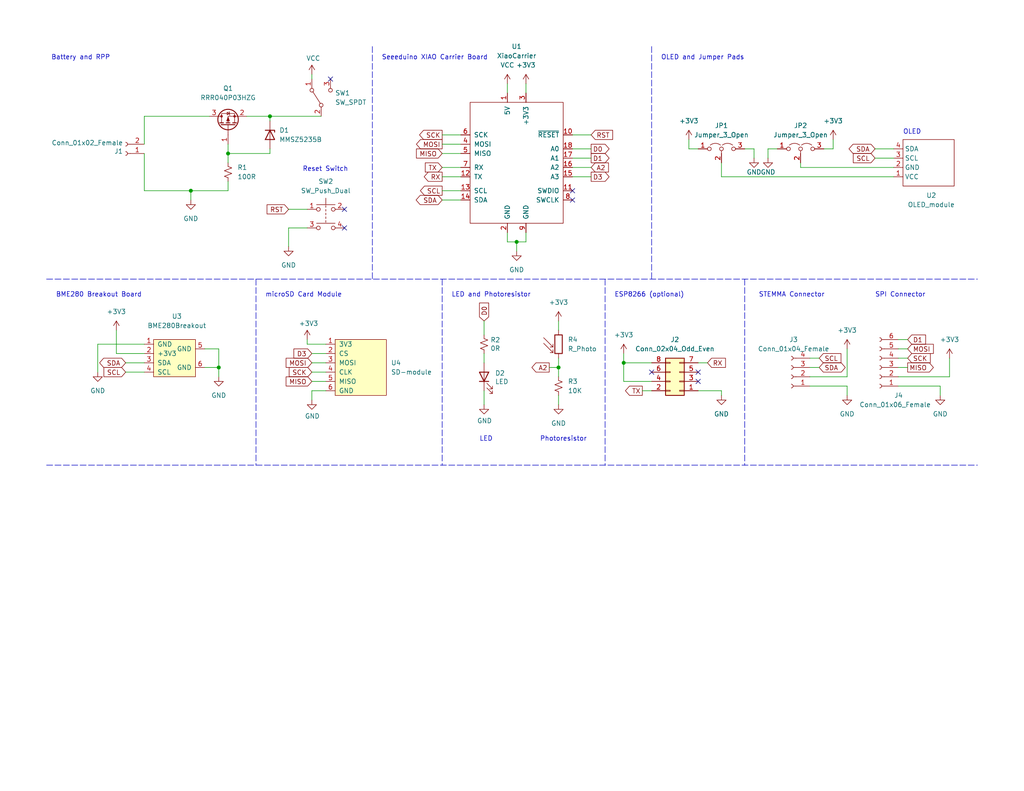
<source format=kicad_sch>
(kicad_sch (version 20211123) (generator eeschema)

  (uuid bac0882a-cd95-40e5-bcae-36dd00c1e400)

  (paper "USLetter")

  (title_block
    (title "Destination Weather Station R3")
    (date "2022-04-15")
    (rev "01")
    (company "Destination SPACE Inc.")
    (comment 1 "Drawn by: Austin Gleydura")
    (comment 2 "Status: PROTOTYPE")
    (comment 3 "(c) Destination SPACE 2022")
    (comment 4 "Licensed under CERN OHLv2 - Permissive")
  )

  (lib_symbols
    (symbol "Connector:Conn_01x02_Female" (pin_names (offset 1.016) hide) (in_bom yes) (on_board yes)
      (property "Reference" "J" (id 0) (at 0 2.54 0)
        (effects (font (size 1.27 1.27)))
      )
      (property "Value" "Conn_01x02_Female" (id 1) (at 0 -5.08 0)
        (effects (font (size 1.27 1.27)))
      )
      (property "Footprint" "" (id 2) (at 0 0 0)
        (effects (font (size 1.27 1.27)) hide)
      )
      (property "Datasheet" "~" (id 3) (at 0 0 0)
        (effects (font (size 1.27 1.27)) hide)
      )
      (property "ki_keywords" "connector" (id 4) (at 0 0 0)
        (effects (font (size 1.27 1.27)) hide)
      )
      (property "ki_description" "Generic connector, single row, 01x02, script generated (kicad-library-utils/schlib/autogen/connector/)" (id 5) (at 0 0 0)
        (effects (font (size 1.27 1.27)) hide)
      )
      (property "ki_fp_filters" "Connector*:*_1x??_*" (id 6) (at 0 0 0)
        (effects (font (size 1.27 1.27)) hide)
      )
      (symbol "Conn_01x02_Female_1_1"
        (arc (start 0 -2.032) (mid -0.508 -2.54) (end 0 -3.048)
          (stroke (width 0.1524) (type default) (color 0 0 0 0))
          (fill (type none))
        )
        (polyline
          (pts
            (xy -1.27 -2.54)
            (xy -0.508 -2.54)
          )
          (stroke (width 0.1524) (type default) (color 0 0 0 0))
          (fill (type none))
        )
        (polyline
          (pts
            (xy -1.27 0)
            (xy -0.508 0)
          )
          (stroke (width 0.1524) (type default) (color 0 0 0 0))
          (fill (type none))
        )
        (arc (start 0 0.508) (mid -0.508 0) (end 0 -0.508)
          (stroke (width 0.1524) (type default) (color 0 0 0 0))
          (fill (type none))
        )
        (pin passive line (at -5.08 0 0) (length 3.81)
          (name "Pin_1" (effects (font (size 1.27 1.27))))
          (number "1" (effects (font (size 1.27 1.27))))
        )
        (pin passive line (at -5.08 -2.54 0) (length 3.81)
          (name "Pin_2" (effects (font (size 1.27 1.27))))
          (number "2" (effects (font (size 1.27 1.27))))
        )
      )
    )
    (symbol "Connector:Conn_01x04_Female" (pin_names (offset 1.016) hide) (in_bom yes) (on_board yes)
      (property "Reference" "J" (id 0) (at 0 5.08 0)
        (effects (font (size 1.27 1.27)))
      )
      (property "Value" "Conn_01x04_Female" (id 1) (at 0 -7.62 0)
        (effects (font (size 1.27 1.27)))
      )
      (property "Footprint" "" (id 2) (at 0 0 0)
        (effects (font (size 1.27 1.27)) hide)
      )
      (property "Datasheet" "~" (id 3) (at 0 0 0)
        (effects (font (size 1.27 1.27)) hide)
      )
      (property "ki_keywords" "connector" (id 4) (at 0 0 0)
        (effects (font (size 1.27 1.27)) hide)
      )
      (property "ki_description" "Generic connector, single row, 01x04, script generated (kicad-library-utils/schlib/autogen/connector/)" (id 5) (at 0 0 0)
        (effects (font (size 1.27 1.27)) hide)
      )
      (property "ki_fp_filters" "Connector*:*_1x??_*" (id 6) (at 0 0 0)
        (effects (font (size 1.27 1.27)) hide)
      )
      (symbol "Conn_01x04_Female_1_1"
        (arc (start 0 -4.572) (mid -0.508 -5.08) (end 0 -5.588)
          (stroke (width 0.1524) (type default) (color 0 0 0 0))
          (fill (type none))
        )
        (arc (start 0 -2.032) (mid -0.508 -2.54) (end 0 -3.048)
          (stroke (width 0.1524) (type default) (color 0 0 0 0))
          (fill (type none))
        )
        (polyline
          (pts
            (xy -1.27 -5.08)
            (xy -0.508 -5.08)
          )
          (stroke (width 0.1524) (type default) (color 0 0 0 0))
          (fill (type none))
        )
        (polyline
          (pts
            (xy -1.27 -2.54)
            (xy -0.508 -2.54)
          )
          (stroke (width 0.1524) (type default) (color 0 0 0 0))
          (fill (type none))
        )
        (polyline
          (pts
            (xy -1.27 0)
            (xy -0.508 0)
          )
          (stroke (width 0.1524) (type default) (color 0 0 0 0))
          (fill (type none))
        )
        (polyline
          (pts
            (xy -1.27 2.54)
            (xy -0.508 2.54)
          )
          (stroke (width 0.1524) (type default) (color 0 0 0 0))
          (fill (type none))
        )
        (arc (start 0 0.508) (mid -0.508 0) (end 0 -0.508)
          (stroke (width 0.1524) (type default) (color 0 0 0 0))
          (fill (type none))
        )
        (arc (start 0 3.048) (mid -0.508 2.54) (end 0 2.032)
          (stroke (width 0.1524) (type default) (color 0 0 0 0))
          (fill (type none))
        )
        (pin passive line (at -5.08 2.54 0) (length 3.81)
          (name "Pin_1" (effects (font (size 1.27 1.27))))
          (number "1" (effects (font (size 1.27 1.27))))
        )
        (pin passive line (at -5.08 0 0) (length 3.81)
          (name "Pin_2" (effects (font (size 1.27 1.27))))
          (number "2" (effects (font (size 1.27 1.27))))
        )
        (pin passive line (at -5.08 -2.54 0) (length 3.81)
          (name "Pin_3" (effects (font (size 1.27 1.27))))
          (number "3" (effects (font (size 1.27 1.27))))
        )
        (pin passive line (at -5.08 -5.08 0) (length 3.81)
          (name "Pin_4" (effects (font (size 1.27 1.27))))
          (number "4" (effects (font (size 1.27 1.27))))
        )
      )
    )
    (symbol "Connector:Conn_01x06_Female" (pin_names (offset 1.016) hide) (in_bom yes) (on_board yes)
      (property "Reference" "J" (id 0) (at 0 7.62 0)
        (effects (font (size 1.27 1.27)))
      )
      (property "Value" "Conn_01x06_Female" (id 1) (at 0 -10.16 0)
        (effects (font (size 1.27 1.27)))
      )
      (property "Footprint" "" (id 2) (at 0 0 0)
        (effects (font (size 1.27 1.27)) hide)
      )
      (property "Datasheet" "~" (id 3) (at 0 0 0)
        (effects (font (size 1.27 1.27)) hide)
      )
      (property "ki_keywords" "connector" (id 4) (at 0 0 0)
        (effects (font (size 1.27 1.27)) hide)
      )
      (property "ki_description" "Generic connector, single row, 01x06, script generated (kicad-library-utils/schlib/autogen/connector/)" (id 5) (at 0 0 0)
        (effects (font (size 1.27 1.27)) hide)
      )
      (property "ki_fp_filters" "Connector*:*_1x??_*" (id 6) (at 0 0 0)
        (effects (font (size 1.27 1.27)) hide)
      )
      (symbol "Conn_01x06_Female_1_1"
        (arc (start 0 -7.112) (mid -0.508 -7.62) (end 0 -8.128)
          (stroke (width 0.1524) (type default) (color 0 0 0 0))
          (fill (type none))
        )
        (arc (start 0 -4.572) (mid -0.508 -5.08) (end 0 -5.588)
          (stroke (width 0.1524) (type default) (color 0 0 0 0))
          (fill (type none))
        )
        (arc (start 0 -2.032) (mid -0.508 -2.54) (end 0 -3.048)
          (stroke (width 0.1524) (type default) (color 0 0 0 0))
          (fill (type none))
        )
        (polyline
          (pts
            (xy -1.27 -7.62)
            (xy -0.508 -7.62)
          )
          (stroke (width 0.1524) (type default) (color 0 0 0 0))
          (fill (type none))
        )
        (polyline
          (pts
            (xy -1.27 -5.08)
            (xy -0.508 -5.08)
          )
          (stroke (width 0.1524) (type default) (color 0 0 0 0))
          (fill (type none))
        )
        (polyline
          (pts
            (xy -1.27 -2.54)
            (xy -0.508 -2.54)
          )
          (stroke (width 0.1524) (type default) (color 0 0 0 0))
          (fill (type none))
        )
        (polyline
          (pts
            (xy -1.27 0)
            (xy -0.508 0)
          )
          (stroke (width 0.1524) (type default) (color 0 0 0 0))
          (fill (type none))
        )
        (polyline
          (pts
            (xy -1.27 2.54)
            (xy -0.508 2.54)
          )
          (stroke (width 0.1524) (type default) (color 0 0 0 0))
          (fill (type none))
        )
        (polyline
          (pts
            (xy -1.27 5.08)
            (xy -0.508 5.08)
          )
          (stroke (width 0.1524) (type default) (color 0 0 0 0))
          (fill (type none))
        )
        (arc (start 0 0.508) (mid -0.508 0) (end 0 -0.508)
          (stroke (width 0.1524) (type default) (color 0 0 0 0))
          (fill (type none))
        )
        (arc (start 0 3.048) (mid -0.508 2.54) (end 0 2.032)
          (stroke (width 0.1524) (type default) (color 0 0 0 0))
          (fill (type none))
        )
        (arc (start 0 5.588) (mid -0.508 5.08) (end 0 4.572)
          (stroke (width 0.1524) (type default) (color 0 0 0 0))
          (fill (type none))
        )
        (pin passive line (at -5.08 5.08 0) (length 3.81)
          (name "Pin_1" (effects (font (size 1.27 1.27))))
          (number "1" (effects (font (size 1.27 1.27))))
        )
        (pin passive line (at -5.08 2.54 0) (length 3.81)
          (name "Pin_2" (effects (font (size 1.27 1.27))))
          (number "2" (effects (font (size 1.27 1.27))))
        )
        (pin passive line (at -5.08 0 0) (length 3.81)
          (name "Pin_3" (effects (font (size 1.27 1.27))))
          (number "3" (effects (font (size 1.27 1.27))))
        )
        (pin passive line (at -5.08 -2.54 0) (length 3.81)
          (name "Pin_4" (effects (font (size 1.27 1.27))))
          (number "4" (effects (font (size 1.27 1.27))))
        )
        (pin passive line (at -5.08 -5.08 0) (length 3.81)
          (name "Pin_5" (effects (font (size 1.27 1.27))))
          (number "5" (effects (font (size 1.27 1.27))))
        )
        (pin passive line (at -5.08 -7.62 0) (length 3.81)
          (name "Pin_6" (effects (font (size 1.27 1.27))))
          (number "6" (effects (font (size 1.27 1.27))))
        )
      )
    )
    (symbol "Connector_Generic:Conn_02x04_Odd_Even" (pin_names (offset 1.016) hide) (in_bom yes) (on_board yes)
      (property "Reference" "J" (id 0) (at 1.27 5.08 0)
        (effects (font (size 1.27 1.27)))
      )
      (property "Value" "Conn_02x04_Odd_Even" (id 1) (at 1.27 -7.62 0)
        (effects (font (size 1.27 1.27)))
      )
      (property "Footprint" "" (id 2) (at 0 0 0)
        (effects (font (size 1.27 1.27)) hide)
      )
      (property "Datasheet" "~" (id 3) (at 0 0 0)
        (effects (font (size 1.27 1.27)) hide)
      )
      (property "ki_keywords" "connector" (id 4) (at 0 0 0)
        (effects (font (size 1.27 1.27)) hide)
      )
      (property "ki_description" "Generic connector, double row, 02x04, odd/even pin numbering scheme (row 1 odd numbers, row 2 even numbers), script generated (kicad-library-utils/schlib/autogen/connector/)" (id 5) (at 0 0 0)
        (effects (font (size 1.27 1.27)) hide)
      )
      (property "ki_fp_filters" "Connector*:*_2x??_*" (id 6) (at 0 0 0)
        (effects (font (size 1.27 1.27)) hide)
      )
      (symbol "Conn_02x04_Odd_Even_1_1"
        (rectangle (start -1.27 -4.953) (end 0 -5.207)
          (stroke (width 0.1524) (type default) (color 0 0 0 0))
          (fill (type none))
        )
        (rectangle (start -1.27 -2.413) (end 0 -2.667)
          (stroke (width 0.1524) (type default) (color 0 0 0 0))
          (fill (type none))
        )
        (rectangle (start -1.27 0.127) (end 0 -0.127)
          (stroke (width 0.1524) (type default) (color 0 0 0 0))
          (fill (type none))
        )
        (rectangle (start -1.27 2.667) (end 0 2.413)
          (stroke (width 0.1524) (type default) (color 0 0 0 0))
          (fill (type none))
        )
        (rectangle (start -1.27 3.81) (end 3.81 -6.35)
          (stroke (width 0.254) (type default) (color 0 0 0 0))
          (fill (type background))
        )
        (rectangle (start 3.81 -4.953) (end 2.54 -5.207)
          (stroke (width 0.1524) (type default) (color 0 0 0 0))
          (fill (type none))
        )
        (rectangle (start 3.81 -2.413) (end 2.54 -2.667)
          (stroke (width 0.1524) (type default) (color 0 0 0 0))
          (fill (type none))
        )
        (rectangle (start 3.81 0.127) (end 2.54 -0.127)
          (stroke (width 0.1524) (type default) (color 0 0 0 0))
          (fill (type none))
        )
        (rectangle (start 3.81 2.667) (end 2.54 2.413)
          (stroke (width 0.1524) (type default) (color 0 0 0 0))
          (fill (type none))
        )
        (pin passive line (at -5.08 2.54 0) (length 3.81)
          (name "Pin_1" (effects (font (size 1.27 1.27))))
          (number "1" (effects (font (size 1.27 1.27))))
        )
        (pin passive line (at 7.62 2.54 180) (length 3.81)
          (name "Pin_2" (effects (font (size 1.27 1.27))))
          (number "2" (effects (font (size 1.27 1.27))))
        )
        (pin passive line (at -5.08 0 0) (length 3.81)
          (name "Pin_3" (effects (font (size 1.27 1.27))))
          (number "3" (effects (font (size 1.27 1.27))))
        )
        (pin passive line (at 7.62 0 180) (length 3.81)
          (name "Pin_4" (effects (font (size 1.27 1.27))))
          (number "4" (effects (font (size 1.27 1.27))))
        )
        (pin passive line (at -5.08 -2.54 0) (length 3.81)
          (name "Pin_5" (effects (font (size 1.27 1.27))))
          (number "5" (effects (font (size 1.27 1.27))))
        )
        (pin passive line (at 7.62 -2.54 180) (length 3.81)
          (name "Pin_6" (effects (font (size 1.27 1.27))))
          (number "6" (effects (font (size 1.27 1.27))))
        )
        (pin passive line (at -5.08 -5.08 0) (length 3.81)
          (name "Pin_7" (effects (font (size 1.27 1.27))))
          (number "7" (effects (font (size 1.27 1.27))))
        )
        (pin passive line (at 7.62 -5.08 180) (length 3.81)
          (name "Pin_8" (effects (font (size 1.27 1.27))))
          (number "8" (effects (font (size 1.27 1.27))))
        )
      )
    )
    (symbol "DS-connectors:BME280Breakout" (pin_names (offset 1.016)) (in_bom yes) (on_board yes)
      (property "Reference" "U" (id 0) (at 0 0 0)
        (effects (font (size 1.27 1.27)))
      )
      (property "Value" "BME280Breakout" (id 1) (at 0 2.54 0)
        (effects (font (size 1.27 1.27)))
      )
      (property "Footprint" "" (id 2) (at 0 0 0)
        (effects (font (size 1.27 1.27)) hide)
      )
      (property "Datasheet" "" (id 3) (at 0 0 0)
        (effects (font (size 1.27 1.27)) hide)
      )
      (symbol "BME280Breakout_0_1"
        (rectangle (start -6.35 -2.54) (end 5.08 -12.7)
          (stroke (width 0) (type default) (color 0 0 0 0))
          (fill (type background))
        )
      )
      (symbol "BME280Breakout_1_1"
        (pin passive line (at -8.89 -3.81 0) (length 2.54)
          (name "GND" (effects (font (size 1.27 1.27))))
          (number "1" (effects (font (size 1.27 1.27))))
        )
        (pin power_in line (at -8.89 -6.35 0) (length 2.54)
          (name "+3V3" (effects (font (size 1.27 1.27))))
          (number "2" (effects (font (size 1.27 1.27))))
        )
        (pin bidirectional line (at -8.89 -8.89 0) (length 2.54)
          (name "SDA" (effects (font (size 1.27 1.27))))
          (number "3" (effects (font (size 1.27 1.27))))
        )
        (pin input line (at -8.89 -11.43 0) (length 2.54)
          (name "SCL" (effects (font (size 1.27 1.27))))
          (number "4" (effects (font (size 1.27 1.27))))
        )
        (pin passive line (at 7.62 -5.08 180) (length 2.54)
          (name "GND" (effects (font (size 1.27 1.27))))
          (number "5" (effects (font (size 1.27 1.27))))
        )
        (pin passive line (at 7.62 -10.16 180) (length 2.54)
          (name "GND" (effects (font (size 1.27 1.27))))
          (number "6" (effects (font (size 1.27 1.27))))
        )
      )
    )
    (symbol "DS-connectors:OLED_module" (in_bom yes) (on_board yes)
      (property "Reference" "U" (id 0) (at 0 0 0)
        (effects (font (size 1.27 1.27)))
      )
      (property "Value" "OLED_module" (id 1) (at 0 -1.27 0)
        (effects (font (size 1.27 1.27)))
      )
      (property "Footprint" "" (id 2) (at 0 0 0)
        (effects (font (size 1.27 1.27)) hide)
      )
      (property "Datasheet" "" (id 3) (at 0 0 0)
        (effects (font (size 1.27 1.27)) hide)
      )
      (symbol "OLED_module_0_1"
        (rectangle (start -6.35 -3.81) (end 7.62 -16.51)
          (stroke (width 0) (type default) (color 0 0 0 0))
          (fill (type none))
        )
      )
      (symbol "OLED_module_1_1"
        (pin power_in line (at -8.89 -13.97 0) (length 2.54)
          (name "VCC" (effects (font (size 1.27 1.27))))
          (number "1" (effects (font (size 1.27 1.27))))
        )
        (pin passive line (at -8.89 -11.43 0) (length 2.54)
          (name "GND" (effects (font (size 1.27 1.27))))
          (number "2" (effects (font (size 1.27 1.27))))
        )
        (pin input line (at -8.89 -8.89 0) (length 2.54)
          (name "SCL" (effects (font (size 1.27 1.27))))
          (number "3" (effects (font (size 1.27 1.27))))
        )
        (pin bidirectional line (at -8.89 -6.35 0) (length 2.54)
          (name "SDA" (effects (font (size 1.27 1.27))))
          (number "4" (effects (font (size 1.27 1.27))))
        )
      )
    )
    (symbol "DS-connectors:XiaoCarrier" (pin_names (offset 1.016)) (in_bom yes) (on_board yes)
      (property "Reference" "U" (id 0) (at 0 0 0)
        (effects (font (size 1.27 1.27)))
      )
      (property "Value" "XiaoCarrier" (id 1) (at 0 2.54 0)
        (effects (font (size 1.27 1.27)))
      )
      (property "Footprint" "" (id 2) (at 0 0 0)
        (effects (font (size 1.27 1.27)) hide)
      )
      (property "Datasheet" "" (id 3) (at 0 0 0)
        (effects (font (size 1.27 1.27)) hide)
      )
      (symbol "XiaoCarrier_0_1"
        (rectangle (start -12.7 -11.43) (end 12.7 -44.45)
          (stroke (width 0) (type default) (color 0 0 0 0))
          (fill (type none))
        )
      )
      (symbol "XiaoCarrier_1_1"
        (pin power_in line (at -2.54 -8.89 270) (length 2.54)
          (name "5V" (effects (font (size 1.27 1.27))))
          (number "1" (effects (font (size 1.27 1.27))))
        )
        (pin input line (at 15.24 -20.32 180) (length 2.54)
          (name "~{RESET}" (effects (font (size 1.27 1.27))))
          (number "10" (effects (font (size 1.27 1.27))))
        )
        (pin bidirectional line (at 15.24 -35.56 180) (length 2.54)
          (name "SWDIO" (effects (font (size 1.27 1.27))))
          (number "11" (effects (font (size 1.27 1.27))))
        )
        (pin bidirectional line (at -15.24 -31.75 0) (length 2.54)
          (name "TX" (effects (font (size 1.27 1.27))))
          (number "12" (effects (font (size 1.27 1.27))))
        )
        (pin bidirectional line (at -15.24 -35.56 0) (length 2.54)
          (name "SCL" (effects (font (size 1.27 1.27))))
          (number "13" (effects (font (size 1.27 1.27))))
        )
        (pin bidirectional line (at -15.24 -38.1 0) (length 2.54)
          (name "SDA" (effects (font (size 1.27 1.27))))
          (number "14" (effects (font (size 1.27 1.27))))
        )
        (pin bidirectional line (at 15.24 -31.75 180) (length 2.54)
          (name "A3" (effects (font (size 1.27 1.27))))
          (number "15" (effects (font (size 1.27 1.27))))
        )
        (pin bidirectional line (at 15.24 -29.21 180) (length 2.54)
          (name "A2" (effects (font (size 1.27 1.27))))
          (number "16" (effects (font (size 1.27 1.27))))
        )
        (pin bidirectional line (at 15.24 -26.67 180) (length 2.54)
          (name "A1" (effects (font (size 1.27 1.27))))
          (number "17" (effects (font (size 1.27 1.27))))
        )
        (pin bidirectional line (at 15.24 -24.13 180) (length 2.54)
          (name "A0" (effects (font (size 1.27 1.27))))
          (number "18" (effects (font (size 1.27 1.27))))
        )
        (pin power_out line (at -2.54 -46.99 90) (length 2.54)
          (name "GND" (effects (font (size 1.27 1.27))))
          (number "2" (effects (font (size 1.27 1.27))))
        )
        (pin power_in line (at 2.54 -8.89 270) (length 2.54)
          (name "+3V3" (effects (font (size 1.27 1.27))))
          (number "3" (effects (font (size 1.27 1.27))))
        )
        (pin bidirectional line (at -15.24 -22.86 0) (length 2.54)
          (name "MOSI" (effects (font (size 1.27 1.27))))
          (number "4" (effects (font (size 1.27 1.27))))
        )
        (pin bidirectional line (at -15.24 -25.4 0) (length 2.54)
          (name "MISO" (effects (font (size 1.27 1.27))))
          (number "5" (effects (font (size 1.27 1.27))))
        )
        (pin bidirectional line (at -15.24 -20.32 0) (length 2.54)
          (name "SCK" (effects (font (size 1.27 1.27))))
          (number "6" (effects (font (size 1.27 1.27))))
        )
        (pin bidirectional line (at -15.24 -29.21 0) (length 2.54)
          (name "RX" (effects (font (size 1.27 1.27))))
          (number "7" (effects (font (size 1.27 1.27))))
        )
        (pin bidirectional line (at 15.24 -38.1 180) (length 2.54)
          (name "SWCLK" (effects (font (size 1.27 1.27))))
          (number "8" (effects (font (size 1.27 1.27))))
        )
        (pin power_out line (at 2.54 -46.99 90) (length 2.54)
          (name "GND" (effects (font (size 1.27 1.27))))
          (number "9" (effects (font (size 1.27 1.27))))
        )
      )
    )
    (symbol "Device:D_Zener" (pin_numbers hide) (pin_names (offset 1.016) hide) (in_bom yes) (on_board yes)
      (property "Reference" "D" (id 0) (at 0 2.54 0)
        (effects (font (size 1.27 1.27)))
      )
      (property "Value" "D_Zener" (id 1) (at 0 -2.54 0)
        (effects (font (size 1.27 1.27)))
      )
      (property "Footprint" "" (id 2) (at 0 0 0)
        (effects (font (size 1.27 1.27)) hide)
      )
      (property "Datasheet" "~" (id 3) (at 0 0 0)
        (effects (font (size 1.27 1.27)) hide)
      )
      (property "ki_keywords" "diode" (id 4) (at 0 0 0)
        (effects (font (size 1.27 1.27)) hide)
      )
      (property "ki_description" "Zener diode" (id 5) (at 0 0 0)
        (effects (font (size 1.27 1.27)) hide)
      )
      (property "ki_fp_filters" "TO-???* *_Diode_* *SingleDiode* D_*" (id 6) (at 0 0 0)
        (effects (font (size 1.27 1.27)) hide)
      )
      (symbol "D_Zener_0_1"
        (polyline
          (pts
            (xy 1.27 0)
            (xy -1.27 0)
          )
          (stroke (width 0) (type default) (color 0 0 0 0))
          (fill (type none))
        )
        (polyline
          (pts
            (xy -1.27 -1.27)
            (xy -1.27 1.27)
            (xy -0.762 1.27)
          )
          (stroke (width 0.254) (type default) (color 0 0 0 0))
          (fill (type none))
        )
        (polyline
          (pts
            (xy 1.27 -1.27)
            (xy 1.27 1.27)
            (xy -1.27 0)
            (xy 1.27 -1.27)
          )
          (stroke (width 0.254) (type default) (color 0 0 0 0))
          (fill (type none))
        )
      )
      (symbol "D_Zener_1_1"
        (pin passive line (at -3.81 0 0) (length 2.54)
          (name "K" (effects (font (size 1.27 1.27))))
          (number "1" (effects (font (size 1.27 1.27))))
        )
        (pin passive line (at 3.81 0 180) (length 2.54)
          (name "A" (effects (font (size 1.27 1.27))))
          (number "2" (effects (font (size 1.27 1.27))))
        )
      )
    )
    (symbol "Device:LED" (pin_numbers hide) (pin_names (offset 1.016) hide) (in_bom yes) (on_board yes)
      (property "Reference" "D" (id 0) (at 0 2.54 0)
        (effects (font (size 1.27 1.27)))
      )
      (property "Value" "LED" (id 1) (at 0 -2.54 0)
        (effects (font (size 1.27 1.27)))
      )
      (property "Footprint" "" (id 2) (at 0 0 0)
        (effects (font (size 1.27 1.27)) hide)
      )
      (property "Datasheet" "~" (id 3) (at 0 0 0)
        (effects (font (size 1.27 1.27)) hide)
      )
      (property "ki_keywords" "LED diode" (id 4) (at 0 0 0)
        (effects (font (size 1.27 1.27)) hide)
      )
      (property "ki_description" "Light emitting diode" (id 5) (at 0 0 0)
        (effects (font (size 1.27 1.27)) hide)
      )
      (property "ki_fp_filters" "LED* LED_SMD:* LED_THT:*" (id 6) (at 0 0 0)
        (effects (font (size 1.27 1.27)) hide)
      )
      (symbol "LED_0_1"
        (polyline
          (pts
            (xy -1.27 -1.27)
            (xy -1.27 1.27)
          )
          (stroke (width 0.254) (type default) (color 0 0 0 0))
          (fill (type none))
        )
        (polyline
          (pts
            (xy -1.27 0)
            (xy 1.27 0)
          )
          (stroke (width 0) (type default) (color 0 0 0 0))
          (fill (type none))
        )
        (polyline
          (pts
            (xy 1.27 -1.27)
            (xy 1.27 1.27)
            (xy -1.27 0)
            (xy 1.27 -1.27)
          )
          (stroke (width 0.254) (type default) (color 0 0 0 0))
          (fill (type none))
        )
        (polyline
          (pts
            (xy -3.048 -0.762)
            (xy -4.572 -2.286)
            (xy -3.81 -2.286)
            (xy -4.572 -2.286)
            (xy -4.572 -1.524)
          )
          (stroke (width 0) (type default) (color 0 0 0 0))
          (fill (type none))
        )
        (polyline
          (pts
            (xy -1.778 -0.762)
            (xy -3.302 -2.286)
            (xy -2.54 -2.286)
            (xy -3.302 -2.286)
            (xy -3.302 -1.524)
          )
          (stroke (width 0) (type default) (color 0 0 0 0))
          (fill (type none))
        )
      )
      (symbol "LED_1_1"
        (pin passive line (at -3.81 0 0) (length 2.54)
          (name "K" (effects (font (size 1.27 1.27))))
          (number "1" (effects (font (size 1.27 1.27))))
        )
        (pin passive line (at 3.81 0 180) (length 2.54)
          (name "A" (effects (font (size 1.27 1.27))))
          (number "2" (effects (font (size 1.27 1.27))))
        )
      )
    )
    (symbol "Device:Q_PMOS_GSD" (pin_names (offset 0) hide) (in_bom yes) (on_board yes)
      (property "Reference" "Q" (id 0) (at 5.08 1.27 0)
        (effects (font (size 1.27 1.27)) (justify left))
      )
      (property "Value" "Q_PMOS_GSD" (id 1) (at 5.08 -1.27 0)
        (effects (font (size 1.27 1.27)) (justify left))
      )
      (property "Footprint" "" (id 2) (at 5.08 2.54 0)
        (effects (font (size 1.27 1.27)) hide)
      )
      (property "Datasheet" "~" (id 3) (at 0 0 0)
        (effects (font (size 1.27 1.27)) hide)
      )
      (property "ki_keywords" "transistor PMOS P-MOS P-MOSFET" (id 4) (at 0 0 0)
        (effects (font (size 1.27 1.27)) hide)
      )
      (property "ki_description" "P-MOSFET transistor, gate/source/drain" (id 5) (at 0 0 0)
        (effects (font (size 1.27 1.27)) hide)
      )
      (symbol "Q_PMOS_GSD_0_1"
        (polyline
          (pts
            (xy 0.254 0)
            (xy -2.54 0)
          )
          (stroke (width 0) (type default) (color 0 0 0 0))
          (fill (type none))
        )
        (polyline
          (pts
            (xy 0.254 1.905)
            (xy 0.254 -1.905)
          )
          (stroke (width 0.254) (type default) (color 0 0 0 0))
          (fill (type none))
        )
        (polyline
          (pts
            (xy 0.762 -1.27)
            (xy 0.762 -2.286)
          )
          (stroke (width 0.254) (type default) (color 0 0 0 0))
          (fill (type none))
        )
        (polyline
          (pts
            (xy 0.762 0.508)
            (xy 0.762 -0.508)
          )
          (stroke (width 0.254) (type default) (color 0 0 0 0))
          (fill (type none))
        )
        (polyline
          (pts
            (xy 0.762 2.286)
            (xy 0.762 1.27)
          )
          (stroke (width 0.254) (type default) (color 0 0 0 0))
          (fill (type none))
        )
        (polyline
          (pts
            (xy 2.54 2.54)
            (xy 2.54 1.778)
          )
          (stroke (width 0) (type default) (color 0 0 0 0))
          (fill (type none))
        )
        (polyline
          (pts
            (xy 2.54 -2.54)
            (xy 2.54 0)
            (xy 0.762 0)
          )
          (stroke (width 0) (type default) (color 0 0 0 0))
          (fill (type none))
        )
        (polyline
          (pts
            (xy 0.762 1.778)
            (xy 3.302 1.778)
            (xy 3.302 -1.778)
            (xy 0.762 -1.778)
          )
          (stroke (width 0) (type default) (color 0 0 0 0))
          (fill (type none))
        )
        (polyline
          (pts
            (xy 2.286 0)
            (xy 1.27 0.381)
            (xy 1.27 -0.381)
            (xy 2.286 0)
          )
          (stroke (width 0) (type default) (color 0 0 0 0))
          (fill (type outline))
        )
        (polyline
          (pts
            (xy 2.794 -0.508)
            (xy 2.921 -0.381)
            (xy 3.683 -0.381)
            (xy 3.81 -0.254)
          )
          (stroke (width 0) (type default) (color 0 0 0 0))
          (fill (type none))
        )
        (polyline
          (pts
            (xy 3.302 -0.381)
            (xy 2.921 0.254)
            (xy 3.683 0.254)
            (xy 3.302 -0.381)
          )
          (stroke (width 0) (type default) (color 0 0 0 0))
          (fill (type none))
        )
        (circle (center 1.651 0) (radius 2.794)
          (stroke (width 0.254) (type default) (color 0 0 0 0))
          (fill (type none))
        )
        (circle (center 2.54 -1.778) (radius 0.254)
          (stroke (width 0) (type default) (color 0 0 0 0))
          (fill (type outline))
        )
        (circle (center 2.54 1.778) (radius 0.254)
          (stroke (width 0) (type default) (color 0 0 0 0))
          (fill (type outline))
        )
      )
      (symbol "Q_PMOS_GSD_1_1"
        (pin input line (at -5.08 0 0) (length 2.54)
          (name "G" (effects (font (size 1.27 1.27))))
          (number "1" (effects (font (size 1.27 1.27))))
        )
        (pin passive line (at 2.54 -5.08 90) (length 2.54)
          (name "S" (effects (font (size 1.27 1.27))))
          (number "2" (effects (font (size 1.27 1.27))))
        )
        (pin passive line (at 2.54 5.08 270) (length 2.54)
          (name "D" (effects (font (size 1.27 1.27))))
          (number "3" (effects (font (size 1.27 1.27))))
        )
      )
    )
    (symbol "Device:R_Photo" (pin_numbers hide) (pin_names (offset 0)) (in_bom yes) (on_board yes)
      (property "Reference" "R" (id 0) (at 1.27 1.27 0)
        (effects (font (size 1.27 1.27)) (justify left))
      )
      (property "Value" "R_Photo" (id 1) (at 1.27 0 0)
        (effects (font (size 1.27 1.27)) (justify left top))
      )
      (property "Footprint" "" (id 2) (at 1.27 -6.35 90)
        (effects (font (size 1.27 1.27)) (justify left) hide)
      )
      (property "Datasheet" "~" (id 3) (at 0 -1.27 0)
        (effects (font (size 1.27 1.27)) hide)
      )
      (property "ki_keywords" "resistor variable light sensitive opto LDR" (id 4) (at 0 0 0)
        (effects (font (size 1.27 1.27)) hide)
      )
      (property "ki_description" "Photoresistor" (id 5) (at 0 0 0)
        (effects (font (size 1.27 1.27)) hide)
      )
      (property "ki_fp_filters" "*LDR* R?LDR*" (id 6) (at 0 0 0)
        (effects (font (size 1.27 1.27)) hide)
      )
      (symbol "R_Photo_0_1"
        (rectangle (start -1.016 2.54) (end 1.016 -2.54)
          (stroke (width 0.254) (type default) (color 0 0 0 0))
          (fill (type none))
        )
        (polyline
          (pts
            (xy -1.524 -2.286)
            (xy -4.064 0.254)
          )
          (stroke (width 0) (type default) (color 0 0 0 0))
          (fill (type none))
        )
        (polyline
          (pts
            (xy -1.524 -2.286)
            (xy -2.286 -2.286)
          )
          (stroke (width 0) (type default) (color 0 0 0 0))
          (fill (type none))
        )
        (polyline
          (pts
            (xy -1.524 -2.286)
            (xy -1.524 -1.524)
          )
          (stroke (width 0) (type default) (color 0 0 0 0))
          (fill (type none))
        )
        (polyline
          (pts
            (xy -1.524 -0.762)
            (xy -4.064 1.778)
          )
          (stroke (width 0) (type default) (color 0 0 0 0))
          (fill (type none))
        )
        (polyline
          (pts
            (xy -1.524 -0.762)
            (xy -2.286 -0.762)
          )
          (stroke (width 0) (type default) (color 0 0 0 0))
          (fill (type none))
        )
        (polyline
          (pts
            (xy -1.524 -0.762)
            (xy -1.524 0)
          )
          (stroke (width 0) (type default) (color 0 0 0 0))
          (fill (type none))
        )
      )
      (symbol "R_Photo_1_1"
        (pin passive line (at 0 3.81 270) (length 1.27)
          (name "~" (effects (font (size 1.27 1.27))))
          (number "1" (effects (font (size 1.27 1.27))))
        )
        (pin passive line (at 0 -3.81 90) (length 1.27)
          (name "~" (effects (font (size 1.27 1.27))))
          (number "2" (effects (font (size 1.27 1.27))))
        )
      )
    )
    (symbol "Device:R_Small_US" (pin_numbers hide) (pin_names (offset 0.254) hide) (in_bom yes) (on_board yes)
      (property "Reference" "R" (id 0) (at 0.762 0.508 0)
        (effects (font (size 1.27 1.27)) (justify left))
      )
      (property "Value" "R_Small_US" (id 1) (at 0.762 -1.016 0)
        (effects (font (size 1.27 1.27)) (justify left))
      )
      (property "Footprint" "" (id 2) (at 0 0 0)
        (effects (font (size 1.27 1.27)) hide)
      )
      (property "Datasheet" "~" (id 3) (at 0 0 0)
        (effects (font (size 1.27 1.27)) hide)
      )
      (property "ki_keywords" "r resistor" (id 4) (at 0 0 0)
        (effects (font (size 1.27 1.27)) hide)
      )
      (property "ki_description" "Resistor, small US symbol" (id 5) (at 0 0 0)
        (effects (font (size 1.27 1.27)) hide)
      )
      (property "ki_fp_filters" "R_*" (id 6) (at 0 0 0)
        (effects (font (size 1.27 1.27)) hide)
      )
      (symbol "R_Small_US_1_1"
        (polyline
          (pts
            (xy 0 0)
            (xy 1.016 -0.381)
            (xy 0 -0.762)
            (xy -1.016 -1.143)
            (xy 0 -1.524)
          )
          (stroke (width 0) (type default) (color 0 0 0 0))
          (fill (type none))
        )
        (polyline
          (pts
            (xy 0 1.524)
            (xy 1.016 1.143)
            (xy 0 0.762)
            (xy -1.016 0.381)
            (xy 0 0)
          )
          (stroke (width 0) (type default) (color 0 0 0 0))
          (fill (type none))
        )
        (pin passive line (at 0 2.54 270) (length 1.016)
          (name "~" (effects (font (size 1.27 1.27))))
          (number "1" (effects (font (size 1.27 1.27))))
        )
        (pin passive line (at 0 -2.54 90) (length 1.016)
          (name "~" (effects (font (size 1.27 1.27))))
          (number "2" (effects (font (size 1.27 1.27))))
        )
      )
    )
    (symbol "Jumper:Jumper_3_Open" (pin_names (offset 0) hide) (in_bom yes) (on_board yes)
      (property "Reference" "JP" (id 0) (at -2.54 -2.54 0)
        (effects (font (size 1.27 1.27)))
      )
      (property "Value" "Jumper_3_Open" (id 1) (at 0 2.794 0)
        (effects (font (size 1.27 1.27)))
      )
      (property "Footprint" "" (id 2) (at 0 0 0)
        (effects (font (size 1.27 1.27)) hide)
      )
      (property "Datasheet" "~" (id 3) (at 0 0 0)
        (effects (font (size 1.27 1.27)) hide)
      )
      (property "ki_keywords" "Jumper SPDT" (id 4) (at 0 0 0)
        (effects (font (size 1.27 1.27)) hide)
      )
      (property "ki_description" "Jumper, 3-pole, both open" (id 5) (at 0 0 0)
        (effects (font (size 1.27 1.27)) hide)
      )
      (property "ki_fp_filters" "Jumper* TestPoint*3Pads* TestPoint*Bridge*" (id 6) (at 0 0 0)
        (effects (font (size 1.27 1.27)) hide)
      )
      (symbol "Jumper_3_Open_0_0"
        (circle (center -3.302 0) (radius 0.508)
          (stroke (width 0) (type default) (color 0 0 0 0))
          (fill (type none))
        )
        (circle (center 0 0) (radius 0.508)
          (stroke (width 0) (type default) (color 0 0 0 0))
          (fill (type none))
        )
        (circle (center 3.302 0) (radius 0.508)
          (stroke (width 0) (type default) (color 0 0 0 0))
          (fill (type none))
        )
      )
      (symbol "Jumper_3_Open_0_1"
        (arc (start -0.254 1.016) (mid -1.651 1.4992) (end -3.048 1.016)
          (stroke (width 0) (type default) (color 0 0 0 0))
          (fill (type none))
        )
        (polyline
          (pts
            (xy 0 -0.508)
            (xy 0 -1.27)
          )
          (stroke (width 0) (type default) (color 0 0 0 0))
          (fill (type none))
        )
        (arc (start 3.048 1.016) (mid 1.651 1.4992) (end 0.254 1.016)
          (stroke (width 0) (type default) (color 0 0 0 0))
          (fill (type none))
        )
      )
      (symbol "Jumper_3_Open_1_1"
        (pin passive line (at -6.35 0 0) (length 2.54)
          (name "A" (effects (font (size 1.27 1.27))))
          (number "1" (effects (font (size 1.27 1.27))))
        )
        (pin input line (at 0 -3.81 90) (length 2.54)
          (name "C" (effects (font (size 1.27 1.27))))
          (number "2" (effects (font (size 1.27 1.27))))
        )
        (pin passive line (at 6.35 0 180) (length 2.54)
          (name "B" (effects (font (size 1.27 1.27))))
          (number "3" (effects (font (size 1.27 1.27))))
        )
      )
    )
    (symbol "Switch:SW_Push_Dual" (pin_names (offset 1.016) hide) (in_bom yes) (on_board yes)
      (property "Reference" "SW" (id 0) (at 1.27 2.54 0)
        (effects (font (size 1.27 1.27)) (justify left))
      )
      (property "Value" "SW_Push_Dual" (id 1) (at 0 -6.858 0)
        (effects (font (size 1.27 1.27)))
      )
      (property "Footprint" "" (id 2) (at 0 5.08 0)
        (effects (font (size 1.27 1.27)) hide)
      )
      (property "Datasheet" "~" (id 3) (at 0 5.08 0)
        (effects (font (size 1.27 1.27)) hide)
      )
      (property "ki_keywords" "switch normally-open pushbutton push-button" (id 4) (at 0 0 0)
        (effects (font (size 1.27 1.27)) hide)
      )
      (property "ki_description" "Push button switch, generic, symbol, four pins" (id 5) (at 0 0 0)
        (effects (font (size 1.27 1.27)) hide)
      )
      (symbol "SW_Push_Dual_0_1"
        (circle (center -2.032 -5.08) (radius 0.508)
          (stroke (width 0) (type default) (color 0 0 0 0))
          (fill (type none))
        )
        (circle (center -2.032 0) (radius 0.508)
          (stroke (width 0) (type default) (color 0 0 0 0))
          (fill (type none))
        )
        (polyline
          (pts
            (xy 0 -3.048)
            (xy 0 -3.556)
          )
          (stroke (width 0) (type default) (color 0 0 0 0))
          (fill (type none))
        )
        (polyline
          (pts
            (xy 0 -2.032)
            (xy 0 -2.54)
          )
          (stroke (width 0) (type default) (color 0 0 0 0))
          (fill (type none))
        )
        (polyline
          (pts
            (xy 0 -1.524)
            (xy 0 -1.016)
          )
          (stroke (width 0) (type default) (color 0 0 0 0))
          (fill (type none))
        )
        (polyline
          (pts
            (xy 0 -0.508)
            (xy 0 0)
          )
          (stroke (width 0) (type default) (color 0 0 0 0))
          (fill (type none))
        )
        (polyline
          (pts
            (xy 0 0.508)
            (xy 0 1.016)
          )
          (stroke (width 0) (type default) (color 0 0 0 0))
          (fill (type none))
        )
        (polyline
          (pts
            (xy 0 1.27)
            (xy 0 3.048)
          )
          (stroke (width 0) (type default) (color 0 0 0 0))
          (fill (type none))
        )
        (polyline
          (pts
            (xy 2.54 -3.81)
            (xy -2.54 -3.81)
          )
          (stroke (width 0) (type default) (color 0 0 0 0))
          (fill (type none))
        )
        (polyline
          (pts
            (xy 2.54 1.27)
            (xy -2.54 1.27)
          )
          (stroke (width 0) (type default) (color 0 0 0 0))
          (fill (type none))
        )
        (circle (center 2.032 -5.08) (radius 0.508)
          (stroke (width 0) (type default) (color 0 0 0 0))
          (fill (type none))
        )
        (circle (center 2.032 0) (radius 0.508)
          (stroke (width 0) (type default) (color 0 0 0 0))
          (fill (type none))
        )
        (pin passive line (at -5.08 0 0) (length 2.54)
          (name "1" (effects (font (size 1.27 1.27))))
          (number "1" (effects (font (size 1.27 1.27))))
        )
        (pin passive line (at 5.08 0 180) (length 2.54)
          (name "2" (effects (font (size 1.27 1.27))))
          (number "2" (effects (font (size 1.27 1.27))))
        )
        (pin passive line (at -5.08 -5.08 0) (length 2.54)
          (name "3" (effects (font (size 1.27 1.27))))
          (number "3" (effects (font (size 1.27 1.27))))
        )
        (pin passive line (at 5.08 -5.08 180) (length 2.54)
          (name "4" (effects (font (size 1.27 1.27))))
          (number "4" (effects (font (size 1.27 1.27))))
        )
      )
    )
    (symbol "Switch:SW_SPDT" (pin_names (offset 0) hide) (in_bom yes) (on_board yes)
      (property "Reference" "SW" (id 0) (at 0 4.318 0)
        (effects (font (size 1.27 1.27)))
      )
      (property "Value" "SW_SPDT" (id 1) (at 0 -5.08 0)
        (effects (font (size 1.27 1.27)))
      )
      (property "Footprint" "" (id 2) (at 0 0 0)
        (effects (font (size 1.27 1.27)) hide)
      )
      (property "Datasheet" "~" (id 3) (at 0 0 0)
        (effects (font (size 1.27 1.27)) hide)
      )
      (property "ki_keywords" "switch single-pole double-throw spdt ON-ON" (id 4) (at 0 0 0)
        (effects (font (size 1.27 1.27)) hide)
      )
      (property "ki_description" "Switch, single pole double throw" (id 5) (at 0 0 0)
        (effects (font (size 1.27 1.27)) hide)
      )
      (symbol "SW_SPDT_0_0"
        (circle (center -2.032 0) (radius 0.508)
          (stroke (width 0) (type default) (color 0 0 0 0))
          (fill (type none))
        )
        (circle (center 2.032 -2.54) (radius 0.508)
          (stroke (width 0) (type default) (color 0 0 0 0))
          (fill (type none))
        )
      )
      (symbol "SW_SPDT_0_1"
        (polyline
          (pts
            (xy -1.524 0.254)
            (xy 1.651 2.286)
          )
          (stroke (width 0) (type default) (color 0 0 0 0))
          (fill (type none))
        )
        (circle (center 2.032 2.54) (radius 0.508)
          (stroke (width 0) (type default) (color 0 0 0 0))
          (fill (type none))
        )
      )
      (symbol "SW_SPDT_1_1"
        (pin passive line (at 5.08 2.54 180) (length 2.54)
          (name "A" (effects (font (size 1.27 1.27))))
          (number "1" (effects (font (size 1.27 1.27))))
        )
        (pin passive line (at -5.08 0 0) (length 2.54)
          (name "B" (effects (font (size 1.27 1.27))))
          (number "2" (effects (font (size 1.27 1.27))))
        )
        (pin passive line (at 5.08 -2.54 180) (length 2.54)
          (name "C" (effects (font (size 1.27 1.27))))
          (number "3" (effects (font (size 1.27 1.27))))
        )
      )
    )
    (symbol "power:+3V3" (power) (pin_names (offset 0)) (in_bom yes) (on_board yes)
      (property "Reference" "#PWR" (id 0) (at 0 -3.81 0)
        (effects (font (size 1.27 1.27)) hide)
      )
      (property "Value" "+3V3" (id 1) (at 0 3.556 0)
        (effects (font (size 1.27 1.27)))
      )
      (property "Footprint" "" (id 2) (at 0 0 0)
        (effects (font (size 1.27 1.27)) hide)
      )
      (property "Datasheet" "" (id 3) (at 0 0 0)
        (effects (font (size 1.27 1.27)) hide)
      )
      (property "ki_keywords" "power-flag" (id 4) (at 0 0 0)
        (effects (font (size 1.27 1.27)) hide)
      )
      (property "ki_description" "Power symbol creates a global label with name \"+3V3\"" (id 5) (at 0 0 0)
        (effects (font (size 1.27 1.27)) hide)
      )
      (symbol "+3V3_0_1"
        (polyline
          (pts
            (xy -0.762 1.27)
            (xy 0 2.54)
          )
          (stroke (width 0) (type default) (color 0 0 0 0))
          (fill (type none))
        )
        (polyline
          (pts
            (xy 0 0)
            (xy 0 2.54)
          )
          (stroke (width 0) (type default) (color 0 0 0 0))
          (fill (type none))
        )
        (polyline
          (pts
            (xy 0 2.54)
            (xy 0.762 1.27)
          )
          (stroke (width 0) (type default) (color 0 0 0 0))
          (fill (type none))
        )
      )
      (symbol "+3V3_1_1"
        (pin power_in line (at 0 0 90) (length 0) hide
          (name "+3V3" (effects (font (size 1.27 1.27))))
          (number "1" (effects (font (size 1.27 1.27))))
        )
      )
    )
    (symbol "power:GND" (power) (pin_names (offset 0)) (in_bom yes) (on_board yes)
      (property "Reference" "#PWR" (id 0) (at 0 -6.35 0)
        (effects (font (size 1.27 1.27)) hide)
      )
      (property "Value" "GND" (id 1) (at 0 -3.81 0)
        (effects (font (size 1.27 1.27)))
      )
      (property "Footprint" "" (id 2) (at 0 0 0)
        (effects (font (size 1.27 1.27)) hide)
      )
      (property "Datasheet" "" (id 3) (at 0 0 0)
        (effects (font (size 1.27 1.27)) hide)
      )
      (property "ki_keywords" "power-flag" (id 4) (at 0 0 0)
        (effects (font (size 1.27 1.27)) hide)
      )
      (property "ki_description" "Power symbol creates a global label with name \"GND\" , ground" (id 5) (at 0 0 0)
        (effects (font (size 1.27 1.27)) hide)
      )
      (symbol "GND_0_1"
        (polyline
          (pts
            (xy 0 0)
            (xy 0 -1.27)
            (xy 1.27 -1.27)
            (xy 0 -2.54)
            (xy -1.27 -1.27)
            (xy 0 -1.27)
          )
          (stroke (width 0) (type default) (color 0 0 0 0))
          (fill (type none))
        )
      )
      (symbol "GND_1_1"
        (pin power_in line (at 0 0 270) (length 0) hide
          (name "GND" (effects (font (size 1.27 1.27))))
          (number "1" (effects (font (size 1.27 1.27))))
        )
      )
    )
    (symbol "power:VCC" (power) (pin_names (offset 0)) (in_bom yes) (on_board yes)
      (property "Reference" "#PWR" (id 0) (at 0 -3.81 0)
        (effects (font (size 1.27 1.27)) hide)
      )
      (property "Value" "VCC" (id 1) (at 0 3.81 0)
        (effects (font (size 1.27 1.27)))
      )
      (property "Footprint" "" (id 2) (at 0 0 0)
        (effects (font (size 1.27 1.27)) hide)
      )
      (property "Datasheet" "" (id 3) (at 0 0 0)
        (effects (font (size 1.27 1.27)) hide)
      )
      (property "ki_keywords" "power-flag" (id 4) (at 0 0 0)
        (effects (font (size 1.27 1.27)) hide)
      )
      (property "ki_description" "Power symbol creates a global label with name \"VCC\"" (id 5) (at 0 0 0)
        (effects (font (size 1.27 1.27)) hide)
      )
      (symbol "VCC_0_1"
        (polyline
          (pts
            (xy -0.762 1.27)
            (xy 0 2.54)
          )
          (stroke (width 0) (type default) (color 0 0 0 0))
          (fill (type none))
        )
        (polyline
          (pts
            (xy 0 0)
            (xy 0 2.54)
          )
          (stroke (width 0) (type default) (color 0 0 0 0))
          (fill (type none))
        )
        (polyline
          (pts
            (xy 0 2.54)
            (xy 0.762 1.27)
          )
          (stroke (width 0) (type default) (color 0 0 0 0))
          (fill (type none))
        )
      )
      (symbol "VCC_1_1"
        (pin power_in line (at 0 0 90) (length 0) hide
          (name "VCC" (effects (font (size 1.27 1.27))))
          (number "1" (effects (font (size 1.27 1.27))))
        )
      )
    )
    (symbol "sstarhab:SD-module" (pin_names (offset 1.016)) (in_bom yes) (on_board yes)
      (property "Reference" "U" (id 0) (at 0 0 0)
        (effects (font (size 1.27 1.27)))
      )
      (property "Value" "SD-module" (id 1) (at 0 0 0)
        (effects (font (size 1.27 1.27)))
      )
      (property "Footprint" "" (id 2) (at 0 0 0)
        (effects (font (size 1.27 1.27)) hide)
      )
      (property "Datasheet" "" (id 3) (at 0 0 0)
        (effects (font (size 1.27 1.27)) hide)
      )
      (symbol "SD-module_0_1"
        (rectangle (start -6.35 -2.54) (end 7.62 -17.78)
          (stroke (width 0) (type default) (color 0 0 0 0))
          (fill (type background))
        )
      )
      (symbol "SD-module_1_1"
        (pin power_in line (at -8.89 -3.81 0) (length 2.54)
          (name "3V3" (effects (font (size 1.27 1.27))))
          (number "1" (effects (font (size 1.27 1.27))))
        )
        (pin input line (at -8.89 -6.35 0) (length 2.54)
          (name "CS" (effects (font (size 1.27 1.27))))
          (number "2" (effects (font (size 1.27 1.27))))
        )
        (pin input line (at -8.89 -8.89 0) (length 2.54)
          (name "MOSI" (effects (font (size 1.27 1.27))))
          (number "3" (effects (font (size 1.27 1.27))))
        )
        (pin input line (at -8.89 -11.43 0) (length 2.54)
          (name "CLK" (effects (font (size 1.27 1.27))))
          (number "4" (effects (font (size 1.27 1.27))))
        )
        (pin output line (at -8.89 -13.97 0) (length 2.54)
          (name "MISO" (effects (font (size 1.27 1.27))))
          (number "5" (effects (font (size 1.27 1.27))))
        )
        (pin passive line (at -8.89 -16.51 0) (length 2.54)
          (name "GND" (effects (font (size 1.27 1.27))))
          (number "6" (effects (font (size 1.27 1.27))))
        )
      )
    )
  )

  (junction (at 170.18 99.06) (diameter 0) (color 0 0 0 0)
    (uuid 4d6a98ca-c811-4bc3-81be-378f571aa65a)
  )
  (junction (at 52.07 52.07) (diameter 0) (color 0 0 0 0)
    (uuid 595d96db-dc31-42c8-b80b-fb1a472f729b)
  )
  (junction (at 62.23 41.91) (diameter 0) (color 0 0 0 0)
    (uuid 62a7bf83-9da8-49b1-a90a-4f64b7b76604)
  )
  (junction (at 140.97 66.04) (diameter 0) (color 0 0 0 0)
    (uuid 62d425b7-531f-4672-a6a4-ac2970747d9a)
  )
  (junction (at 73.66 31.75) (diameter 0) (color 0 0 0 0)
    (uuid 8b6fca08-621e-4fbe-b921-2bbe3ddf31f5)
  )
  (junction (at 59.69 100.33) (diameter 0) (color 0 0 0 0)
    (uuid b42b86bf-33c8-4e4a-ae1e-135aa398463e)
  )
  (junction (at 152.4 100.33) (diameter 0) (color 0 0 0 0)
    (uuid fe289d3c-db34-49af-9f25-f3b60e59e8fe)
  )

  (no_connect (at 177.8 101.6) (uuid 08b46395-63e0-4927-aa6c-7acf79a4a71e))
  (no_connect (at 190.5 104.14) (uuid 93f964b2-0ed8-4252-96f5-5c0225118297))
  (no_connect (at 190.5 101.6) (uuid 93f964b2-0ed8-4252-96f5-5c0225118298))
  (no_connect (at 90.17 21.59) (uuid a04ecede-d1be-4f19-bba9-9cd40a161111))
  (no_connect (at 93.98 57.15) (uuid b0df9a17-4b71-4ee0-ab5f-b1935ad8aaf5))
  (no_connect (at 93.98 62.23) (uuid b0df9a17-4b71-4ee0-ab5f-b1935ad8aaf6))
  (no_connect (at 156.21 52.07) (uuid c1db5146-7c69-437c-bb1f-a7c5b84cd01f))
  (no_connect (at 156.21 54.61) (uuid d4ef72c6-9bf9-41f1-b8aa-80f151b5fab2))

  (wire (pts (xy 149.86 100.33) (xy 152.4 100.33))
    (stroke (width 0) (type default) (color 0 0 0 0))
    (uuid 03a8fed8-c0d7-4924-a824-d226d574a0e2)
  )
  (wire (pts (xy 231.14 95.25) (xy 231.14 102.87))
    (stroke (width 0) (type default) (color 0 0 0 0))
    (uuid 052650eb-a10b-4b31-bde9-b7ef05af80f2)
  )
  (wire (pts (xy 78.74 62.23) (xy 83.82 62.23))
    (stroke (width 0) (type default) (color 0 0 0 0))
    (uuid 07d19a37-1df1-46bd-9d94-ad4a4cd861de)
  )
  (wire (pts (xy 196.85 107.95) (xy 196.85 106.68))
    (stroke (width 0) (type default) (color 0 0 0 0))
    (uuid 0905af62-9142-4e36-bd57-e8764dbf63b3)
  )
  (polyline (pts (xy 12.7 76.2) (xy 266.7 76.2))
    (stroke (width 0) (type default) (color 0 0 0 0))
    (uuid 0953e4bb-efa1-46bc-9df6-5196a59009c0)
  )

  (wire (pts (xy 73.66 40.64) (xy 73.66 41.91))
    (stroke (width 0) (type default) (color 0 0 0 0))
    (uuid 0a870807-b25d-42e9-806e-afa8b367d000)
  )
  (wire (pts (xy 231.14 102.87) (xy 220.98 102.87))
    (stroke (width 0) (type default) (color 0 0 0 0))
    (uuid 0d54174c-3b9c-4dac-b90a-b20dbc9109e4)
  )
  (wire (pts (xy 39.37 31.75) (xy 57.15 31.75))
    (stroke (width 0) (type default) (color 0 0 0 0))
    (uuid 0dcb9c45-d8ae-4172-968f-30483d5a96b5)
  )
  (wire (pts (xy 120.65 36.83) (xy 125.73 36.83))
    (stroke (width 0) (type default) (color 0 0 0 0))
    (uuid 103654b3-ebcb-4569-993d-b0a3fbff33ad)
  )
  (wire (pts (xy 247.65 100.33) (xy 245.11 100.33))
    (stroke (width 0) (type default) (color 0 0 0 0))
    (uuid 1b58a237-283d-491a-b584-31f03b297438)
  )
  (wire (pts (xy 120.65 45.72) (xy 125.73 45.72))
    (stroke (width 0) (type default) (color 0 0 0 0))
    (uuid 1da7c725-f60a-460d-9624-ffd7b5774718)
  )
  (wire (pts (xy 143.51 63.5) (xy 143.51 66.04))
    (stroke (width 0) (type default) (color 0 0 0 0))
    (uuid 2205f32b-5e3d-4281-9e1d-b2a7414dd83a)
  )
  (wire (pts (xy 85.09 106.68) (xy 88.9 106.68))
    (stroke (width 0) (type default) (color 0 0 0 0))
    (uuid 22ba7011-af16-481a-be60-4832e2fa49b7)
  )
  (wire (pts (xy 62.23 39.37) (xy 62.23 41.91))
    (stroke (width 0) (type default) (color 0 0 0 0))
    (uuid 23649daa-80f1-4841-ae97-6424a2b7551f)
  )
  (wire (pts (xy 88.9 99.06) (xy 85.09 99.06))
    (stroke (width 0) (type default) (color 0 0 0 0))
    (uuid 2536e930-06a4-43c1-bb06-fbe9f6f63e41)
  )
  (wire (pts (xy 152.4 87.63) (xy 152.4 90.17))
    (stroke (width 0) (type default) (color 0 0 0 0))
    (uuid 26f8cb38-ea37-48d7-ae6c-22ef6f9353d1)
  )
  (wire (pts (xy 52.07 54.61) (xy 52.07 52.07))
    (stroke (width 0) (type default) (color 0 0 0 0))
    (uuid 2787bcd2-4829-4475-98e6-c8912deb94e9)
  )
  (wire (pts (xy 31.75 90.17) (xy 31.75 96.52))
    (stroke (width 0) (type default) (color 0 0 0 0))
    (uuid 2a99a693-ade1-43aa-91d3-15ee4088cfc4)
  )
  (wire (pts (xy 243.84 43.18) (xy 238.76 43.18))
    (stroke (width 0) (type default) (color 0 0 0 0))
    (uuid 3397e828-549f-4d19-910c-989534dfee84)
  )
  (wire (pts (xy 161.29 48.26) (xy 156.21 48.26))
    (stroke (width 0) (type default) (color 0 0 0 0))
    (uuid 38c2a38f-6573-4933-b3d0-806ca2740a3c)
  )
  (wire (pts (xy 26.67 93.98) (xy 39.37 93.98))
    (stroke (width 0) (type default) (color 0 0 0 0))
    (uuid 3cd7a318-07bf-4d38-b3f0-5204693dd7f1)
  )
  (wire (pts (xy 34.29 101.6) (xy 39.37 101.6))
    (stroke (width 0) (type default) (color 0 0 0 0))
    (uuid 3eb2af48-db14-40c5-89b2-80d6417d5ec9)
  )
  (wire (pts (xy 259.08 97.79) (xy 259.08 102.87))
    (stroke (width 0) (type default) (color 0 0 0 0))
    (uuid 4043ce64-88e5-4215-85c9-dc34db9ff9fa)
  )
  (wire (pts (xy 62.23 49.53) (xy 62.23 52.07))
    (stroke (width 0) (type default) (color 0 0 0 0))
    (uuid 419dff62-e782-4f35-82a5-6329e63d73bc)
  )
  (wire (pts (xy 227.33 40.64) (xy 224.79 40.64))
    (stroke (width 0) (type default) (color 0 0 0 0))
    (uuid 42b23c27-339f-4a06-b700-09c751f41463)
  )
  (wire (pts (xy 152.4 100.33) (xy 152.4 102.87))
    (stroke (width 0) (type default) (color 0 0 0 0))
    (uuid 446a5ccd-91dc-4d78-bbea-bc967fca5893)
  )
  (wire (pts (xy 78.74 67.31) (xy 78.74 62.23))
    (stroke (width 0) (type default) (color 0 0 0 0))
    (uuid 4531552c-110f-4548-9f97-824ca70d57a1)
  )
  (wire (pts (xy 152.4 107.95) (xy 152.4 110.49))
    (stroke (width 0) (type default) (color 0 0 0 0))
    (uuid 493bae9c-3986-4f62-82ce-3149b8171094)
  )
  (wire (pts (xy 140.97 66.04) (xy 140.97 68.58))
    (stroke (width 0) (type default) (color 0 0 0 0))
    (uuid 49ee0472-478c-4fd5-8d95-acff2d301797)
  )
  (wire (pts (xy 177.8 104.14) (xy 170.18 104.14))
    (stroke (width 0) (type default) (color 0 0 0 0))
    (uuid 4a31351e-1acf-47a2-a2c6-af92ae80f078)
  )
  (wire (pts (xy 196.85 48.26) (xy 243.84 48.26))
    (stroke (width 0) (type default) (color 0 0 0 0))
    (uuid 4b3490d8-95e2-425e-811e-3e6b057973a2)
  )
  (wire (pts (xy 209.55 40.64) (xy 212.09 40.64))
    (stroke (width 0) (type default) (color 0 0 0 0))
    (uuid 4b394500-9eb5-4765-b108-440d4d36ec7d)
  )
  (wire (pts (xy 170.18 99.06) (xy 177.8 99.06))
    (stroke (width 0) (type default) (color 0 0 0 0))
    (uuid 525f9c1f-f957-43d0-b422-1863fcc9ea0d)
  )
  (wire (pts (xy 247.65 95.25) (xy 245.11 95.25))
    (stroke (width 0) (type default) (color 0 0 0 0))
    (uuid 5337008a-bf1b-45db-8148-934125468a99)
  )
  (wire (pts (xy 238.76 40.64) (xy 243.84 40.64))
    (stroke (width 0) (type default) (color 0 0 0 0))
    (uuid 55d86872-e23e-4870-a2e5-31f924442b2e)
  )
  (wire (pts (xy 59.69 95.25) (xy 59.69 100.33))
    (stroke (width 0) (type default) (color 0 0 0 0))
    (uuid 56b068cb-3ca1-4491-8a9c-69d87bcbeaf7)
  )
  (wire (pts (xy 256.54 105.41) (xy 256.54 107.95))
    (stroke (width 0) (type default) (color 0 0 0 0))
    (uuid 57b639a0-ab10-4f75-9593-5ba054db71c2)
  )
  (wire (pts (xy 231.14 105.41) (xy 220.98 105.41))
    (stroke (width 0) (type default) (color 0 0 0 0))
    (uuid 597798cd-4776-43ec-a2d1-e7efff5eca1e)
  )
  (wire (pts (xy 120.65 39.37) (xy 125.73 39.37))
    (stroke (width 0) (type default) (color 0 0 0 0))
    (uuid 5bbc6c70-26f0-4277-9ef4-e4587e5ef3ff)
  )
  (wire (pts (xy 231.14 107.95) (xy 231.14 105.41))
    (stroke (width 0) (type default) (color 0 0 0 0))
    (uuid 604d373f-a5d1-46eb-a9a3-71f4ed9e88ce)
  )
  (wire (pts (xy 52.07 52.07) (xy 62.23 52.07))
    (stroke (width 0) (type default) (color 0 0 0 0))
    (uuid 62e42d51-31a2-4bc6-b537-d2f39291875b)
  )
  (wire (pts (xy 83.82 92.71) (xy 83.82 93.98))
    (stroke (width 0) (type default) (color 0 0 0 0))
    (uuid 6383d51c-2a4a-451b-80f6-d8ddd181fcca)
  )
  (polyline (pts (xy 165.1 76.2) (xy 165.1 127))
    (stroke (width 0) (type default) (color 0 0 0 0))
    (uuid 63fab2e8-7515-42f0-92ca-83b7adb0cc2c)
  )

  (wire (pts (xy 247.65 92.71) (xy 245.11 92.71))
    (stroke (width 0) (type default) (color 0 0 0 0))
    (uuid 6b28d119-a335-4c58-b2ba-3d1c357d1c22)
  )
  (wire (pts (xy 138.43 22.86) (xy 138.43 25.4))
    (stroke (width 0) (type default) (color 0 0 0 0))
    (uuid 6cc61981-aaea-41c0-a5c9-dd9ebde179db)
  )
  (wire (pts (xy 59.69 102.87) (xy 59.69 100.33))
    (stroke (width 0) (type default) (color 0 0 0 0))
    (uuid 6d5cf31d-b7de-409d-8b35-0a0ad511789e)
  )
  (wire (pts (xy 39.37 39.37) (xy 39.37 31.75))
    (stroke (width 0) (type default) (color 0 0 0 0))
    (uuid 6e0a5e0c-fe95-4f96-a7d3-ae4f8b21eb7d)
  )
  (polyline (pts (xy 177.8 12.7) (xy 177.8 76.2))
    (stroke (width 0) (type default) (color 0 0 0 0))
    (uuid 6ff9f437-bd2b-4db4-bc8e-572b9c695f16)
  )

  (wire (pts (xy 138.43 63.5) (xy 138.43 66.04))
    (stroke (width 0) (type default) (color 0 0 0 0))
    (uuid 72f98a20-2a3a-48c9-bb6d-45e2e3c7f525)
  )
  (wire (pts (xy 31.75 96.52) (xy 39.37 96.52))
    (stroke (width 0) (type default) (color 0 0 0 0))
    (uuid 72fa3c26-7e44-48fc-9020-235031e63b50)
  )
  (wire (pts (xy 88.9 104.14) (xy 85.09 104.14))
    (stroke (width 0) (type default) (color 0 0 0 0))
    (uuid 75b57470-3933-4be6-8842-b2898714961d)
  )
  (wire (pts (xy 187.96 40.64) (xy 190.5 40.64))
    (stroke (width 0) (type default) (color 0 0 0 0))
    (uuid 78e891d2-13ed-4415-91f1-75cf64efbd7e)
  )
  (wire (pts (xy 161.29 45.72) (xy 156.21 45.72))
    (stroke (width 0) (type default) (color 0 0 0 0))
    (uuid 7bf356cb-503c-41e6-b3c9-3332f8ab613c)
  )
  (wire (pts (xy 243.84 45.72) (xy 218.44 45.72))
    (stroke (width 0) (type default) (color 0 0 0 0))
    (uuid 82095c8e-a500-4e95-ac82-048c77e5d9c2)
  )
  (wire (pts (xy 132.08 110.49) (xy 132.08 106.68))
    (stroke (width 0) (type default) (color 0 0 0 0))
    (uuid 82b31e7f-c774-4abd-9c0a-187a57184aa1)
  )
  (wire (pts (xy 120.65 52.07) (xy 125.73 52.07))
    (stroke (width 0) (type default) (color 0 0 0 0))
    (uuid 88ef7288-6368-463e-8527-bcb2011662fd)
  )
  (wire (pts (xy 26.67 101.6) (xy 26.67 93.98))
    (stroke (width 0) (type default) (color 0 0 0 0))
    (uuid 8aabfbb0-59b4-44a5-af61-04b9c8dc10ec)
  )
  (wire (pts (xy 196.85 44.45) (xy 196.85 48.26))
    (stroke (width 0) (type default) (color 0 0 0 0))
    (uuid 8ab2da5f-c43c-40ae-b35e-e6858e2007a9)
  )
  (wire (pts (xy 55.88 95.25) (xy 59.69 95.25))
    (stroke (width 0) (type default) (color 0 0 0 0))
    (uuid 8d485d39-b909-4ac2-bd6f-add4770dd6a6)
  )
  (polyline (pts (xy 120.65 76.2) (xy 120.65 127))
    (stroke (width 0) (type default) (color 0 0 0 0))
    (uuid 8ecb1d26-d100-4edd-8488-99cfca23fea5)
  )

  (wire (pts (xy 220.98 100.33) (xy 223.52 100.33))
    (stroke (width 0) (type default) (color 0 0 0 0))
    (uuid 901cb40d-ac53-4ae7-98d6-a1b5038cdadf)
  )
  (wire (pts (xy 209.55 43.18) (xy 209.55 40.64))
    (stroke (width 0) (type default) (color 0 0 0 0))
    (uuid 93522b21-72e2-4f68-bbc7-1ebbc40d0a69)
  )
  (wire (pts (xy 220.98 97.79) (xy 223.52 97.79))
    (stroke (width 0) (type default) (color 0 0 0 0))
    (uuid 93fa8714-2b3c-4247-bc96-10aa947a69be)
  )
  (wire (pts (xy 125.73 41.91) (xy 120.65 41.91))
    (stroke (width 0) (type default) (color 0 0 0 0))
    (uuid 946bd693-69ba-452f-bcf2-426d1ed97997)
  )
  (wire (pts (xy 85.09 20.32) (xy 85.09 21.59))
    (stroke (width 0) (type default) (color 0 0 0 0))
    (uuid 96b4de70-04a7-4b2d-b979-e828ae1dbba7)
  )
  (wire (pts (xy 138.43 66.04) (xy 140.97 66.04))
    (stroke (width 0) (type default) (color 0 0 0 0))
    (uuid 96eaabbc-1351-42a0-b385-94516fb78638)
  )
  (wire (pts (xy 205.74 40.64) (xy 203.2 40.64))
    (stroke (width 0) (type default) (color 0 0 0 0))
    (uuid 97c68860-78b2-4c74-b35b-1ec2d3716476)
  )
  (wire (pts (xy 85.09 96.52) (xy 88.9 96.52))
    (stroke (width 0) (type default) (color 0 0 0 0))
    (uuid 997ebd3b-fb52-489d-905e-2a7aae5bd517)
  )
  (wire (pts (xy 205.74 43.18) (xy 205.74 40.64))
    (stroke (width 0) (type default) (color 0 0 0 0))
    (uuid 9ce0975d-f7f4-4b86-a9bf-609fbe1a8779)
  )
  (polyline (pts (xy 101.6 12.7) (xy 101.6 76.2))
    (stroke (width 0) (type default) (color 0 0 0 0))
    (uuid a301cd7a-869e-41c4-af8d-0d9e595bd70e)
  )

  (wire (pts (xy 170.18 104.14) (xy 170.18 99.06))
    (stroke (width 0) (type default) (color 0 0 0 0))
    (uuid a709a766-1fa3-4eb7-9f13-ca7dda4b72bd)
  )
  (wire (pts (xy 175.26 106.68) (xy 177.8 106.68))
    (stroke (width 0) (type default) (color 0 0 0 0))
    (uuid a8340a45-961d-48a6-acfa-ed14b12a2e44)
  )
  (wire (pts (xy 132.08 87.63) (xy 132.08 91.44))
    (stroke (width 0) (type default) (color 0 0 0 0))
    (uuid afafccf4-ff18-4d1c-88a9-3d6d18263140)
  )
  (wire (pts (xy 39.37 52.07) (xy 52.07 52.07))
    (stroke (width 0) (type default) (color 0 0 0 0))
    (uuid b1893fbe-3572-4c00-a69f-aa9080f3eb22)
  )
  (wire (pts (xy 73.66 31.75) (xy 73.66 33.02))
    (stroke (width 0) (type default) (color 0 0 0 0))
    (uuid b3989580-bbcb-4057-8952-abc10c94d7ab)
  )
  (wire (pts (xy 85.09 109.22) (xy 85.09 106.68))
    (stroke (width 0) (type default) (color 0 0 0 0))
    (uuid b3c4f9ea-9465-428d-a878-c35a35b4a0ec)
  )
  (wire (pts (xy 120.65 54.61) (xy 125.73 54.61))
    (stroke (width 0) (type default) (color 0 0 0 0))
    (uuid b3cab639-d724-4bc5-ae6c-7b3fe12d021b)
  )
  (wire (pts (xy 73.66 31.75) (xy 87.63 31.75))
    (stroke (width 0) (type default) (color 0 0 0 0))
    (uuid b4c9c12e-f2bb-4dfb-b68f-45f759aa1086)
  )
  (wire (pts (xy 190.5 106.68) (xy 196.85 106.68))
    (stroke (width 0) (type default) (color 0 0 0 0))
    (uuid b705c692-71f4-4e98-96db-d5b09ef82b7d)
  )
  (wire (pts (xy 120.65 48.26) (xy 125.73 48.26))
    (stroke (width 0) (type default) (color 0 0 0 0))
    (uuid bc3bab15-7d54-4ef8-8034-6f0710b5538e)
  )
  (wire (pts (xy 85.09 101.6) (xy 88.9 101.6))
    (stroke (width 0) (type default) (color 0 0 0 0))
    (uuid c030dc50-5966-4aad-8d18-d61b053ef0ce)
  )
  (wire (pts (xy 256.54 105.41) (xy 245.11 105.41))
    (stroke (width 0) (type default) (color 0 0 0 0))
    (uuid c30e9c85-42f3-482d-a54f-3dd0bdc2b24a)
  )
  (wire (pts (xy 245.11 102.87) (xy 259.08 102.87))
    (stroke (width 0) (type default) (color 0 0 0 0))
    (uuid c353bc47-c377-405c-a98c-31feb98d6d17)
  )
  (wire (pts (xy 170.18 96.52) (xy 170.18 99.06))
    (stroke (width 0) (type default) (color 0 0 0 0))
    (uuid c6929a53-b1bb-430c-9a9b-e8ecad4fdaf4)
  )
  (wire (pts (xy 227.33 38.1) (xy 227.33 40.64))
    (stroke (width 0) (type default) (color 0 0 0 0))
    (uuid c6c18727-cc16-404f-b3d0-0185fa1f0ba8)
  )
  (wire (pts (xy 59.69 100.33) (xy 55.88 100.33))
    (stroke (width 0) (type default) (color 0 0 0 0))
    (uuid c7490eb1-3ef6-4897-bdd0-13124bd9a84b)
  )
  (wire (pts (xy 73.66 41.91) (xy 62.23 41.91))
    (stroke (width 0) (type default) (color 0 0 0 0))
    (uuid cacbab0a-aaf7-4996-8a67-6e0397bb2a0a)
  )
  (wire (pts (xy 161.29 40.64) (xy 156.21 40.64))
    (stroke (width 0) (type default) (color 0 0 0 0))
    (uuid cbf704de-7ee3-4182-9a9d-0f7ad5e6f890)
  )
  (wire (pts (xy 156.21 43.18) (xy 161.29 43.18))
    (stroke (width 0) (type default) (color 0 0 0 0))
    (uuid cee44a88-3d2d-424c-9805-33067bba9212)
  )
  (wire (pts (xy 152.4 100.33) (xy 152.4 97.79))
    (stroke (width 0) (type default) (color 0 0 0 0))
    (uuid d21ac02e-c9c8-4775-a3aa-038a5d704a9b)
  )
  (wire (pts (xy 39.37 41.91) (xy 39.37 52.07))
    (stroke (width 0) (type default) (color 0 0 0 0))
    (uuid d4338262-e703-4cf3-908e-aa3c63f5b98c)
  )
  (wire (pts (xy 78.74 57.15) (xy 83.82 57.15))
    (stroke (width 0) (type default) (color 0 0 0 0))
    (uuid da98a90c-a8ad-4955-ac32-20748eb25336)
  )
  (wire (pts (xy 34.29 99.06) (xy 39.37 99.06))
    (stroke (width 0) (type default) (color 0 0 0 0))
    (uuid de06a80c-1557-4f4b-bdb1-87c903f78d74)
  )
  (polyline (pts (xy 203.2 76.2) (xy 203.2 127))
    (stroke (width 0) (type default) (color 0 0 0 0))
    (uuid e744db43-12b4-45d0-80be-acb6d4438203)
  )

  (wire (pts (xy 67.31 31.75) (xy 73.66 31.75))
    (stroke (width 0) (type default) (color 0 0 0 0))
    (uuid e84c6a87-b9e6-4fe1-8805-5fb894b338ad)
  )
  (wire (pts (xy 161.29 36.83) (xy 156.21 36.83))
    (stroke (width 0) (type default) (color 0 0 0 0))
    (uuid eb1eea4c-bda9-4997-83d7-ed74302e9b2f)
  )
  (wire (pts (xy 190.5 99.06) (xy 193.04 99.06))
    (stroke (width 0) (type default) (color 0 0 0 0))
    (uuid eebd6bcd-d38b-41a3-be37-17ab9bba9c94)
  )
  (wire (pts (xy 247.65 97.79) (xy 245.11 97.79))
    (stroke (width 0) (type default) (color 0 0 0 0))
    (uuid f1f6bd93-3944-487b-9784-e642a6afad64)
  )
  (wire (pts (xy 187.96 38.1) (xy 187.96 40.64))
    (stroke (width 0) (type default) (color 0 0 0 0))
    (uuid f29ea7e9-ee82-44b3-9fd9-43ef4ca53d11)
  )
  (wire (pts (xy 83.82 93.98) (xy 88.9 93.98))
    (stroke (width 0) (type default) (color 0 0 0 0))
    (uuid f2ae85d9-7640-48a3-83c4-8d4b3e89cde3)
  )
  (wire (pts (xy 143.51 22.86) (xy 143.51 25.4))
    (stroke (width 0) (type default) (color 0 0 0 0))
    (uuid f595e3ea-b9cc-464f-a04b-1f471e877117)
  )
  (polyline (pts (xy 12.7 127) (xy 266.7 127))
    (stroke (width 0) (type default) (color 0 0 0 0))
    (uuid f655dee4-7030-4fe7-82b5-afe827c93367)
  )

  (wire (pts (xy 218.44 45.72) (xy 218.44 44.45))
    (stroke (width 0) (type default) (color 0 0 0 0))
    (uuid f6b0c418-d63b-4f63-af89-0c856105ad30)
  )
  (polyline (pts (xy 69.85 76.2) (xy 69.85 127))
    (stroke (width 0) (type default) (color 0 0 0 0))
    (uuid f8cf40de-80a0-4d91-940c-b5d615208e39)
  )

  (wire (pts (xy 132.08 96.52) (xy 132.08 99.06))
    (stroke (width 0) (type default) (color 0 0 0 0))
    (uuid f94870a1-c41f-430b-be1c-1dd8f50a3991)
  )
  (wire (pts (xy 62.23 41.91) (xy 62.23 44.45))
    (stroke (width 0) (type default) (color 0 0 0 0))
    (uuid f9a19463-05cf-4182-950e-95fb52f40088)
  )
  (wire (pts (xy 143.51 66.04) (xy 140.97 66.04))
    (stroke (width 0) (type default) (color 0 0 0 0))
    (uuid fd66dc06-506d-4c31-921c-fec2e1b94b6e)
  )

  (text "SPI Connector" (at 238.76 81.28 0)
    (effects (font (size 1.27 1.27)) (justify left bottom))
    (uuid 13ebbb73-f06f-48db-813e-2f59caa3bf0e)
  )
  (text "ESP8266 (optional)" (at 167.64 81.28 0)
    (effects (font (size 1.27 1.27)) (justify left bottom))
    (uuid 27a66150-b8ad-4e9b-a26c-00b78d0b1d2a)
  )
  (text "microSD Card Module" (at 72.39 81.28 0)
    (effects (font (size 1.27 1.27)) (justify left bottom))
    (uuid 27ff589f-3de7-4185-b7df-d1dbb0da622f)
  )
  (text "LED and Photoresistor" (at 123.19 81.28 0)
    (effects (font (size 1.27 1.27)) (justify left bottom))
    (uuid 4fd235c9-441a-4cba-9926-ccffceea63ef)
  )
  (text "OLED" (at 246.38 36.83 0)
    (effects (font (size 1.27 1.27)) (justify left bottom))
    (uuid 607bd1dc-3a6b-4b00-8871-0e4f8cbd31b4)
  )
  (text "BME280 Breakout Board" (at 15.24 81.28 0)
    (effects (font (size 1.27 1.27)) (justify left bottom))
    (uuid 73123040-7d91-4ece-b049-ee26e19f852f)
  )
  (text "LED" (at 130.81 120.65 0)
    (effects (font (size 1.27 1.27)) (justify left bottom))
    (uuid 74538db2-c582-4df5-a8b7-31999e97f4d4)
  )
  (text "Reset Switch" (at 82.55 46.99 0)
    (effects (font (size 1.27 1.27)) (justify left bottom))
    (uuid 8d7d2373-60ba-4d90-a1f1-dde72fa16a6d)
  )
  (text "OLED and Jumper Pads" (at 180.34 16.51 0)
    (effects (font (size 1.27 1.27)) (justify left bottom))
    (uuid a50006bb-dba6-428c-bc52-f1c4d845aee5)
  )
  (text "STEMMA Connector" (at 207.01 81.28 0)
    (effects (font (size 1.27 1.27)) (justify left bottom))
    (uuid d01356f9-9c6d-4239-8798-edc1b6cf9a12)
  )
  (text "Photoresistor" (at 147.32 120.65 0)
    (effects (font (size 1.27 1.27)) (justify left bottom))
    (uuid d4ff33b5-71c9-4874-a61e-9dada2471918)
  )
  (text "Seeeduino XIAO Carrier Board" (at 104.14 16.51 0)
    (effects (font (size 1.27 1.27)) (justify left bottom))
    (uuid e47bb3ee-a342-451e-9df1-9a8ba1b7d1cd)
  )
  (text "Battery and RPP" (at 13.97 16.51 0)
    (effects (font (size 1.27 1.27)) (justify left bottom))
    (uuid f8305b61-b897-4fe5-b7db-8050fbe33570)
  )

  (global_label "MOSI" (shape input) (at 247.65 95.25 0) (fields_autoplaced)
    (effects (font (size 1.27 1.27)) (justify left))
    (uuid 075144c1-9441-45a6-b097-b36d957eadd7)
    (property "Intersheet References" "${INTERSHEET_REFS}" (id 0) (at 254.5704 95.3294 0)
      (effects (font (size 1.27 1.27)) (justify left) hide)
    )
  )
  (global_label "RST" (shape input) (at 78.74 57.15 180) (fields_autoplaced)
    (effects (font (size 1.27 1.27)) (justify right))
    (uuid 0daeec1b-79c9-4f56-a2a3-b3e465388139)
    (property "Intersheet References" "${INTERSHEET_REFS}" (id 0) (at 72.9687 57.0706 0)
      (effects (font (size 1.27 1.27)) (justify right) hide)
    )
  )
  (global_label "MISO" (shape output) (at 247.65 100.33 0) (fields_autoplaced)
    (effects (font (size 1.27 1.27)) (justify left))
    (uuid 0f962c5e-48f2-465b-8bce-0684de71e65d)
    (property "Intersheet References" "${INTERSHEET_REFS}" (id 0) (at 254.5704 100.4094 0)
      (effects (font (size 1.27 1.27)) (justify left) hide)
    )
  )
  (global_label "TX" (shape input) (at 120.65 45.72 180) (fields_autoplaced)
    (effects (font (size 1.27 1.27)) (justify right))
    (uuid 1690d2ed-5101-45af-99b8-43f09c8327d2)
    (property "Intersheet References" "${INTERSHEET_REFS}" (id 0) (at 116.1487 45.6406 0)
      (effects (font (size 1.27 1.27)) (justify right) hide)
    )
  )
  (global_label "MOSI" (shape input) (at 85.09 99.06 180) (fields_autoplaced)
    (effects (font (size 1.27 1.27)) (justify right))
    (uuid 19f4b8b4-be0c-4288-abe5-c17502fc672f)
    (property "Intersheet References" "${INTERSHEET_REFS}" (id 0) (at -130.81 17.78 0)
      (effects (font (size 1.27 1.27)) hide)
    )
  )
  (global_label "D1" (shape input) (at 247.65 92.71 0) (fields_autoplaced)
    (effects (font (size 1.27 1.27)) (justify left))
    (uuid 2aef1955-d89d-4d90-ad0c-b4f1a9daf487)
    (property "Intersheet References" "${INTERSHEET_REFS}" (id 0) (at 252.4537 92.7894 0)
      (effects (font (size 1.27 1.27)) (justify left) hide)
    )
  )
  (global_label "MISO" (shape input) (at 85.09 104.14 180) (fields_autoplaced)
    (effects (font (size 1.27 1.27)) (justify right))
    (uuid 3147e880-51e1-4334-9901-8c646d0f1c58)
    (property "Intersheet References" "${INTERSHEET_REFS}" (id 0) (at -130.81 17.78 0)
      (effects (font (size 1.27 1.27)) hide)
    )
  )
  (global_label "SDA" (shape bidirectional) (at 223.52 100.33 0) (fields_autoplaced)
    (effects (font (size 1.27 1.27)) (justify left))
    (uuid 4d2d51f7-c037-4543-9185-850b8e81f174)
    (property "Intersheet References" "${INTERSHEET_REFS}" (id 0) (at 229.4123 100.4094 0)
      (effects (font (size 1.27 1.27)) (justify left) hide)
    )
  )
  (global_label "A2" (shape output) (at 149.86 100.33 180) (fields_autoplaced)
    (effects (font (size 1.27 1.27)) (justify right))
    (uuid 55822769-fc6e-4d7b-8797-ac6e5abbd2d0)
    (property "Intersheet References" "${INTERSHEET_REFS}" (id 0) (at 145.2377 100.2506 0)
      (effects (font (size 1.27 1.27)) (justify right) hide)
    )
  )
  (global_label "TX" (shape output) (at 175.26 106.68 180) (fields_autoplaced)
    (effects (font (size 1.27 1.27)) (justify right))
    (uuid 5e64d66e-fb3e-4257-bf0d-94e85fe0cabd)
    (property "Intersheet References" "${INTERSHEET_REFS}" (id 0) (at 170.7587 106.6006 0)
      (effects (font (size 1.27 1.27)) (justify right) hide)
    )
  )
  (global_label "RST" (shape input) (at 161.29 36.83 0) (fields_autoplaced)
    (effects (font (size 1.27 1.27)) (justify left))
    (uuid 60333cff-a56f-49ee-ad67-add21e09c69f)
    (property "Intersheet References" "${INTERSHEET_REFS}" (id 0) (at 167.0613 36.9094 0)
      (effects (font (size 1.27 1.27)) (justify left) hide)
    )
  )
  (global_label "D0" (shape input) (at 132.08 87.63 90) (fields_autoplaced)
    (effects (font (size 1.27 1.27)) (justify left))
    (uuid 623cd545-101c-4463-8288-401e5fb54dea)
    (property "Intersheet References" "${INTERSHEET_REFS}" (id 0) (at 132.0006 82.8263 90)
      (effects (font (size 1.27 1.27)) (justify left) hide)
    )
  )
  (global_label "D3" (shape output) (at 161.29 48.26 0) (fields_autoplaced)
    (effects (font (size 1.27 1.27)) (justify left))
    (uuid 65025d66-4d53-4276-8c6e-99a0a37a55ab)
    (property "Intersheet References" "${INTERSHEET_REFS}" (id 0) (at 166.0937 48.3394 0)
      (effects (font (size 1.27 1.27)) (justify left) hide)
    )
  )
  (global_label "SCL" (shape input) (at 223.52 97.79 0) (fields_autoplaced)
    (effects (font (size 1.27 1.27)) (justify left))
    (uuid 6740fe84-0b4c-4d10-b131-77cf2d73184a)
    (property "Intersheet References" "${INTERSHEET_REFS}" (id 0) (at 229.3518 97.8694 0)
      (effects (font (size 1.27 1.27)) (justify left) hide)
    )
  )
  (global_label "SCL" (shape output) (at 120.65 52.07 180) (fields_autoplaced)
    (effects (font (size 1.27 1.27)) (justify right))
    (uuid 68c9a3f0-d0ee-4208-b33e-536ce1f8a005)
    (property "Intersheet References" "${INTERSHEET_REFS}" (id 0) (at 114.8182 51.9906 0)
      (effects (font (size 1.27 1.27)) (justify right) hide)
    )
  )
  (global_label "SCK" (shape input) (at 247.65 97.79 0) (fields_autoplaced)
    (effects (font (size 1.27 1.27)) (justify left))
    (uuid 6e50735c-ea24-472e-8042-34585826562d)
    (property "Intersheet References" "${INTERSHEET_REFS}" (id 0) (at 253.7237 97.8694 0)
      (effects (font (size 1.27 1.27)) (justify left) hide)
    )
  )
  (global_label "RX" (shape input) (at 193.04 99.06 0) (fields_autoplaced)
    (effects (font (size 1.27 1.27)) (justify left))
    (uuid 78c45509-8d2f-41b3-98e5-32d2e9007c0b)
    (property "Intersheet References" "${INTERSHEET_REFS}" (id 0) (at 197.8437 98.9806 0)
      (effects (font (size 1.27 1.27)) (justify left) hide)
    )
  )
  (global_label "D3" (shape input) (at 85.09 96.52 180) (fields_autoplaced)
    (effects (font (size 1.27 1.27)) (justify right))
    (uuid 7d64a0a0-384d-4e31-a03a-22264a524862)
    (property "Intersheet References" "${INTERSHEET_REFS}" (id 0) (at 80.2863 96.4406 0)
      (effects (font (size 1.27 1.27)) (justify right) hide)
    )
  )
  (global_label "SCK" (shape output) (at 120.65 36.83 180) (fields_autoplaced)
    (effects (font (size 1.27 1.27)) (justify right))
    (uuid 7fe2969d-7db6-47e1-9f10-18cc84105d1e)
    (property "Intersheet References" "${INTERSHEET_REFS}" (id 0) (at 114.5763 36.9094 0)
      (effects (font (size 1.27 1.27)) (justify right) hide)
    )
  )
  (global_label "SDA" (shape bidirectional) (at 34.29 99.06 180) (fields_autoplaced)
    (effects (font (size 1.27 1.27)) (justify right))
    (uuid 83a7f01a-f939-4828-9ada-d551cd5ab2fc)
    (property "Intersheet References" "${INTERSHEET_REFS}" (id 0) (at 28.3977 98.9806 0)
      (effects (font (size 1.27 1.27)) (justify right) hide)
    )
  )
  (global_label "D0" (shape output) (at 161.29 40.64 0) (fields_autoplaced)
    (effects (font (size 1.27 1.27)) (justify left))
    (uuid 8a53a36c-7d27-4a2e-8a6f-c15c972829f9)
    (property "Intersheet References" "${INTERSHEET_REFS}" (id 0) (at 166.0937 40.7194 0)
      (effects (font (size 1.27 1.27)) (justify left) hide)
    )
  )
  (global_label "MISO" (shape input) (at 120.65 41.91 180) (fields_autoplaced)
    (effects (font (size 1.27 1.27)) (justify right))
    (uuid 8a6090ab-b8c3-4b2b-a6eb-0baf0da07535)
    (property "Intersheet References" "${INTERSHEET_REFS}" (id 0) (at 113.7296 41.9894 0)
      (effects (font (size 1.27 1.27)) (justify right) hide)
    )
  )
  (global_label "D1" (shape output) (at 161.29 43.18 0) (fields_autoplaced)
    (effects (font (size 1.27 1.27)) (justify left))
    (uuid 9cf5f233-0023-4cf5-a782-a706d6623f38)
    (property "Intersheet References" "${INTERSHEET_REFS}" (id 0) (at 166.0937 43.2594 0)
      (effects (font (size 1.27 1.27)) (justify left) hide)
    )
  )
  (global_label "SCL" (shape input) (at 238.76 43.18 180) (fields_autoplaced)
    (effects (font (size 1.27 1.27)) (justify right))
    (uuid a3c320b8-4eef-49ac-b336-329b66e86bef)
    (property "Intersheet References" "${INTERSHEET_REFS}" (id 0) (at 24.13 21.59 0)
      (effects (font (size 1.27 1.27)) hide)
    )
  )
  (global_label "SCL" (shape input) (at 34.29 101.6 180) (fields_autoplaced)
    (effects (font (size 1.27 1.27)) (justify right))
    (uuid a9aa73f6-8fe7-4e85-b575-7b5b8c736305)
    (property "Intersheet References" "${INTERSHEET_REFS}" (id 0) (at 28.4582 101.5206 0)
      (effects (font (size 1.27 1.27)) (justify right) hide)
    )
  )
  (global_label "MOSI" (shape output) (at 120.65 39.37 180) (fields_autoplaced)
    (effects (font (size 1.27 1.27)) (justify right))
    (uuid c1c6cf99-3793-496e-9697-a94da227fde2)
    (property "Intersheet References" "${INTERSHEET_REFS}" (id 0) (at 113.7296 39.4494 0)
      (effects (font (size 1.27 1.27)) (justify right) hide)
    )
  )
  (global_label "SCK" (shape input) (at 85.09 101.6 180) (fields_autoplaced)
    (effects (font (size 1.27 1.27)) (justify right))
    (uuid c3669e3b-86e7-4f68-8bdd-1c04746bf6b7)
    (property "Intersheet References" "${INTERSHEET_REFS}" (id 0) (at -130.81 17.78 0)
      (effects (font (size 1.27 1.27)) hide)
    )
  )
  (global_label "RX" (shape output) (at 120.65 48.26 180) (fields_autoplaced)
    (effects (font (size 1.27 1.27)) (justify right))
    (uuid cc9a96c0-8c61-4246-8d79-7a5362c32442)
    (property "Intersheet References" "${INTERSHEET_REFS}" (id 0) (at 115.8463 48.3394 0)
      (effects (font (size 1.27 1.27)) (justify right) hide)
    )
  )
  (global_label "SDA" (shape bidirectional) (at 120.65 54.61 180) (fields_autoplaced)
    (effects (font (size 1.27 1.27)) (justify right))
    (uuid d70bb895-4610-41fa-ad48-a0d17bdf8f42)
    (property "Intersheet References" "${INTERSHEET_REFS}" (id 0) (at 114.7577 54.5306 0)
      (effects (font (size 1.27 1.27)) (justify right) hide)
    )
  )
  (global_label "A2" (shape input) (at 161.29 45.72 0) (fields_autoplaced)
    (effects (font (size 1.27 1.27)) (justify left))
    (uuid e21ff6bb-0868-4897-8158-c1f376ed2749)
    (property "Intersheet References" "${INTERSHEET_REFS}" (id 0) (at 165.9123 45.7994 0)
      (effects (font (size 1.27 1.27)) (justify left) hide)
    )
  )
  (global_label "SDA" (shape bidirectional) (at 238.76 40.64 180) (fields_autoplaced)
    (effects (font (size 1.27 1.27)) (justify right))
    (uuid f7f4a858-5dd0-45b8-96db-a2ada69019ef)
    (property "Intersheet References" "${INTERSHEET_REFS}" (id 0) (at 232.8677 40.5606 0)
      (effects (font (size 1.27 1.27)) (justify right) hide)
    )
  )

  (symbol (lib_id "power:GND") (at 85.09 109.22 0) (unit 1)
    (in_bom yes) (on_board yes)
    (uuid 00000000-0000-0000-0000-0000618cb14e)
    (property "Reference" "#PWR0101" (id 0) (at 85.09 115.57 0)
      (effects (font (size 1.27 1.27)) hide)
    )
    (property "Value" "GND" (id 1) (at 85.217 113.6142 0))
    (property "Footprint" "" (id 2) (at 85.09 109.22 0)
      (effects (font (size 1.27 1.27)) hide)
    )
    (property "Datasheet" "" (id 3) (at 85.09 109.22 0)
      (effects (font (size 1.27 1.27)) hide)
    )
    (pin "1" (uuid ef9d7fdc-4827-406f-959b-0e009ee945e3))
  )

  (symbol (lib_id "power:+3V3") (at 83.82 92.71 0) (unit 1)
    (in_bom yes) (on_board yes)
    (uuid 00000000-0000-0000-0000-0000618cc671)
    (property "Reference" "#PWR0102" (id 0) (at 83.82 96.52 0)
      (effects (font (size 1.27 1.27)) hide)
    )
    (property "Value" "+3V3" (id 1) (at 84.201 88.3158 0))
    (property "Footprint" "" (id 2) (at 83.82 92.71 0)
      (effects (font (size 1.27 1.27)) hide)
    )
    (property "Datasheet" "" (id 3) (at 83.82 92.71 0)
      (effects (font (size 1.27 1.27)) hide)
    )
    (pin "1" (uuid 5197ce6c-bed1-40a0-8915-a6417c2848cb))
  )

  (symbol (lib_id "power:GND") (at 26.67 101.6 0) (unit 1)
    (in_bom yes) (on_board yes) (fields_autoplaced)
    (uuid 05c2dbf3-2759-400b-8fa6-f4f844db31c3)
    (property "Reference" "#PWR0103" (id 0) (at 26.67 107.95 0)
      (effects (font (size 1.27 1.27)) hide)
    )
    (property "Value" "GND" (id 1) (at 26.67 106.68 0))
    (property "Footprint" "" (id 2) (at 26.67 101.6 0)
      (effects (font (size 1.27 1.27)) hide)
    )
    (property "Datasheet" "" (id 3) (at 26.67 101.6 0)
      (effects (font (size 1.27 1.27)) hide)
    )
    (pin "1" (uuid c1bd527f-7442-409e-bd6d-91db2201bdad))
  )

  (symbol (lib_id "DS-connectors:BME280Breakout") (at 48.26 90.17 0) (unit 1)
    (in_bom yes) (on_board yes)
    (uuid 0879db3a-6c5d-4f52-ae07-fdb22cb5764d)
    (property "Reference" "U3" (id 0) (at 48.26 86.36 0))
    (property "Value" "BME280Breakout" (id 1) (at 48.26 88.9 0))
    (property "Footprint" "DS-connectors:BME280Breakout" (id 2) (at 48.26 91.44 0)
      (effects (font (size 1.27 1.27)) hide)
    )
    (property "Datasheet" "" (id 3) (at 48.26 90.17 0)
      (effects (font (size 1.27 1.27)) hide)
    )
    (pin "1" (uuid 032d0ae2-a1af-4157-aee5-5bdec218ed9a))
    (pin "2" (uuid a079c29e-125f-4df8-9d7d-7e423b8f5394))
    (pin "3" (uuid 9d29aef8-db10-4724-9127-a71e7e5e7e56))
    (pin "4" (uuid b6fdb1e8-561d-403d-b95b-2e033e684fb0))
    (pin "5" (uuid 38e9a87c-a04d-4a69-86b7-0ae8a4a960c5))
    (pin "6" (uuid 207c99e3-d2bc-4691-8240-42064f22b44e))
  )

  (symbol (lib_id "power:VCC") (at 138.43 22.86 0) (unit 1)
    (in_bom yes) (on_board yes) (fields_autoplaced)
    (uuid 109e80eb-b083-4dbe-9793-f59fbd30cc56)
    (property "Reference" "#PWR0106" (id 0) (at 138.43 26.67 0)
      (effects (font (size 1.27 1.27)) hide)
    )
    (property "Value" "VCC" (id 1) (at 138.43 17.78 0))
    (property "Footprint" "" (id 2) (at 138.43 22.86 0)
      (effects (font (size 1.27 1.27)) hide)
    )
    (property "Datasheet" "" (id 3) (at 138.43 22.86 0)
      (effects (font (size 1.27 1.27)) hide)
    )
    (pin "1" (uuid cc968041-b670-4dbb-8673-df6e419a0bd6))
  )

  (symbol (lib_id "power:+3V3") (at 31.75 90.17 0) (unit 1)
    (in_bom yes) (on_board yes) (fields_autoplaced)
    (uuid 12939ce0-5a24-43fa-abcc-c74a6539931d)
    (property "Reference" "#PWR0118" (id 0) (at 31.75 93.98 0)
      (effects (font (size 1.27 1.27)) hide)
    )
    (property "Value" "+3V3" (id 1) (at 31.75 85.09 0))
    (property "Footprint" "" (id 2) (at 31.75 90.17 0)
      (effects (font (size 1.27 1.27)) hide)
    )
    (property "Datasheet" "" (id 3) (at 31.75 90.17 0)
      (effects (font (size 1.27 1.27)) hide)
    )
    (pin "1" (uuid d08ee1ec-c8fb-4ba8-8174-a236df7fc835))
  )

  (symbol (lib_id "Jumper:Jumper_3_Open") (at 218.44 40.64 0) (unit 1)
    (in_bom yes) (on_board yes) (fields_autoplaced)
    (uuid 155f6d76-5dec-48f5-8387-1dd73f829385)
    (property "Reference" "JP2" (id 0) (at 218.44 34.29 0))
    (property "Value" "Jumper_3_Open" (id 1) (at 218.44 36.83 0))
    (property "Footprint" "Jumper:SolderJumper-3_P1.3mm_Open_RoundedPad1.0x1.5mm" (id 2) (at 218.44 40.64 0)
      (effects (font (size 1.27 1.27)) hide)
    )
    (property "Datasheet" "~" (id 3) (at 218.44 40.64 0)
      (effects (font (size 1.27 1.27)) hide)
    )
    (pin "1" (uuid 2b086da5-3941-43a9-b217-53eb2f649143))
    (pin "2" (uuid 27d8badc-9269-4956-8a41-be21a576fa41))
    (pin "3" (uuid bc0b5223-5e42-4ac5-92e0-492b725aba01))
  )

  (symbol (lib_id "Connector:Conn_01x04_Female") (at 215.9 102.87 180) (unit 1)
    (in_bom yes) (on_board yes) (fields_autoplaced)
    (uuid 1642248a-698a-471f-aa1a-0d85fe56d2a2)
    (property "Reference" "J3" (id 0) (at 216.535 92.71 0))
    (property "Value" "Conn_01x04_Female" (id 1) (at 216.535 95.25 0))
    (property "Footprint" "Connector_JST:JST_SH_SM04B-SRSS-TB_1x04-1MP_P1.00mm_Horizontal" (id 2) (at 215.9 102.87 0)
      (effects (font (size 1.27 1.27)) hide)
    )
    (property "Datasheet" "~" (id 3) (at 215.9 102.87 0)
      (effects (font (size 1.27 1.27)) hide)
    )
    (pin "1" (uuid 95df3448-dd34-46bc-b0c7-700c3f317ca4))
    (pin "2" (uuid 899437de-b205-47ff-843d-cb6f1690e9f4))
    (pin "3" (uuid 20a16346-2371-48ba-bfa5-881c785a836a))
    (pin "4" (uuid 869ac2d7-f217-415a-bce5-61ef22f9d5c1))
  )

  (symbol (lib_id "power:+3V3") (at 231.14 95.25 0) (unit 1)
    (in_bom yes) (on_board yes) (fields_autoplaced)
    (uuid 2247c587-d480-4fe5-ae3b-96e434e4a90a)
    (property "Reference" "#PWR0104" (id 0) (at 231.14 99.06 0)
      (effects (font (size 1.27 1.27)) hide)
    )
    (property "Value" "+3V3" (id 1) (at 231.14 90.17 0))
    (property "Footprint" "" (id 2) (at 231.14 95.25 0)
      (effects (font (size 1.27 1.27)) hide)
    )
    (property "Datasheet" "" (id 3) (at 231.14 95.25 0)
      (effects (font (size 1.27 1.27)) hide)
    )
    (pin "1" (uuid 594b9d89-c9fc-4690-94fb-f6f0643bc34a))
  )

  (symbol (lib_id "Device:D_Zener") (at 73.66 36.83 270) (unit 1)
    (in_bom yes) (on_board yes)
    (uuid 2c04c91a-6739-45b8-821a-9c898037f1a9)
    (property "Reference" "D1" (id 0) (at 76.2 35.5599 90)
      (effects (font (size 1.27 1.27)) (justify left))
    )
    (property "Value" "MMSZ5235B" (id 1) (at 76.2 38.0999 90)
      (effects (font (size 1.27 1.27)) (justify left))
    )
    (property "Footprint" "Diode_SMD:D_SOD-123" (id 2) (at 73.66 36.83 0)
      (effects (font (size 1.27 1.27)) hide)
    )
    (property "Datasheet" "~" (id 3) (at 73.66 36.83 0)
      (effects (font (size 1.27 1.27)) hide)
    )
    (pin "1" (uuid 836f8b36-2b0e-4354-9b48-98a2d018e995))
    (pin "2" (uuid c44a9556-3184-42b2-9abc-2c46d5e6be83))
  )

  (symbol (lib_id "power:VCC") (at 85.09 20.32 0) (unit 1)
    (in_bom yes) (on_board yes)
    (uuid 2c7b21e0-8497-4fac-a1bf-3a6c25385905)
    (property "Reference" "#PWR0111" (id 0) (at 85.09 24.13 0)
      (effects (font (size 1.27 1.27)) hide)
    )
    (property "Value" "VCC" (id 1) (at 85.471 15.9258 0))
    (property "Footprint" "" (id 2) (at 85.09 20.32 0)
      (effects (font (size 1.27 1.27)) hide)
    )
    (property "Datasheet" "" (id 3) (at 85.09 20.32 0)
      (effects (font (size 1.27 1.27)) hide)
    )
    (pin "1" (uuid 97ad59bc-1c74-4a46-8f01-140b9a8a5442))
  )

  (symbol (lib_id "power:+3V3") (at 259.08 97.79 0) (unit 1)
    (in_bom yes) (on_board yes) (fields_autoplaced)
    (uuid 2ed047f2-c172-4d53-8d6d-993782ef2a4d)
    (property "Reference" "#PWR0110" (id 0) (at 259.08 101.6 0)
      (effects (font (size 1.27 1.27)) hide)
    )
    (property "Value" "+3V3" (id 1) (at 259.08 92.71 0))
    (property "Footprint" "" (id 2) (at 259.08 97.79 0)
      (effects (font (size 1.27 1.27)) hide)
    )
    (property "Datasheet" "" (id 3) (at 259.08 97.79 0)
      (effects (font (size 1.27 1.27)) hide)
    )
    (pin "1" (uuid 869debe2-c652-4c04-bf1d-1614b50ee3ae))
  )

  (symbol (lib_id "power:GND") (at 140.97 68.58 0) (unit 1)
    (in_bom yes) (on_board yes) (fields_autoplaced)
    (uuid 30f72ac8-5b0f-45d6-bf63-27bdc22142ba)
    (property "Reference" "#PWR0113" (id 0) (at 140.97 74.93 0)
      (effects (font (size 1.27 1.27)) hide)
    )
    (property "Value" "GND" (id 1) (at 140.97 73.66 0))
    (property "Footprint" "" (id 2) (at 140.97 68.58 0)
      (effects (font (size 1.27 1.27)) hide)
    )
    (property "Datasheet" "" (id 3) (at 140.97 68.58 0)
      (effects (font (size 1.27 1.27)) hide)
    )
    (pin "1" (uuid 294ec2d7-fdb6-461e-93f8-5f8caad742b3))
  )

  (symbol (lib_id "Connector:Conn_01x06_Female") (at 240.03 100.33 180) (unit 1)
    (in_bom yes) (on_board yes)
    (uuid 3193bd9e-4f4a-47a9-8fde-23e18de9276b)
    (property "Reference" "J4" (id 0) (at 246.38 107.95 0)
      (effects (font (size 1.27 1.27)) (justify left))
    )
    (property "Value" "Conn_01x06_Female" (id 1) (at 254 110.49 0)
      (effects (font (size 1.27 1.27)) (justify left))
    )
    (property "Footprint" "Connector_JST:JST_SH_SM06B-SRSS-TB_1x06-1MP_P1.00mm_Horizontal" (id 2) (at 240.03 100.33 0)
      (effects (font (size 1.27 1.27)) hide)
    )
    (property "Datasheet" "~" (id 3) (at 240.03 100.33 0)
      (effects (font (size 1.27 1.27)) hide)
    )
    (pin "1" (uuid 968a696b-da14-44dd-abc3-f1437a8730fd))
    (pin "2" (uuid e8edba69-492e-4411-999a-4afc14f3e65b))
    (pin "3" (uuid 3976815e-c5e6-446c-be33-6e4694f93276))
    (pin "4" (uuid 2377b6ba-503c-485b-bb5e-332feda88b4d))
    (pin "5" (uuid 04bc73f8-e2a7-4d70-8516-39e7fdaf699b))
    (pin "6" (uuid bb57d3bd-fc10-4d94-971f-f1e63f860163))
  )

  (symbol (lib_id "DS-connectors:OLED_module") (at 252.73 34.29 0) (unit 1)
    (in_bom yes) (on_board yes)
    (uuid 37b241e1-4bc8-4598-9df3-cb242769c7cd)
    (property "Reference" "U2" (id 0) (at 252.73 53.34 0)
      (effects (font (size 1.27 1.27)) (justify left))
    )
    (property "Value" "OLED_module" (id 1) (at 247.65 55.88 0)
      (effects (font (size 1.27 1.27)) (justify left))
    )
    (property "Footprint" "DS-connectors:OLED_module" (id 2) (at 252.73 34.29 0)
      (effects (font (size 1.27 1.27)) hide)
    )
    (property "Datasheet" "" (id 3) (at 252.73 34.29 0)
      (effects (font (size 1.27 1.27)) hide)
    )
    (pin "1" (uuid 4e19ed64-0e95-45a2-b669-467cf6cd0aee))
    (pin "2" (uuid c2f23598-fd56-48e1-9127-a3f917045cea))
    (pin "3" (uuid 653dea86-f51a-4b90-9d9a-846f6317310a))
    (pin "4" (uuid f0ea1d45-4242-4fa7-8771-b8228fc9e3e5))
  )

  (symbol (lib_id "Device:R_Small_US") (at 132.08 93.98 0) (unit 1)
    (in_bom yes) (on_board yes)
    (uuid 384139bd-86fc-4a6f-ab62-0a823847d71c)
    (property "Reference" "R2" (id 0) (at 133.8072 92.8116 0)
      (effects (font (size 1.27 1.27)) (justify left))
    )
    (property "Value" "0R" (id 1) (at 133.8072 95.123 0)
      (effects (font (size 1.27 1.27)) (justify left))
    )
    (property "Footprint" "Resistor_THT:R_Axial_DIN0309_L9.0mm_D3.2mm_P12.70mm_Horizontal" (id 2) (at 132.08 93.98 0)
      (effects (font (size 1.27 1.27)) hide)
    )
    (property "Datasheet" "~" (id 3) (at 132.08 93.98 0)
      (effects (font (size 1.27 1.27)) hide)
    )
    (pin "1" (uuid 2582bc80-bc3b-4d26-84a6-1d8ab806aaf2))
    (pin "2" (uuid 543d1332-8a4a-4c3b-a16f-4cc6794136aa))
  )

  (symbol (lib_id "power:+3V3") (at 143.51 22.86 0) (unit 1)
    (in_bom yes) (on_board yes) (fields_autoplaced)
    (uuid 3d58e01a-ed27-44b7-9afe-d26aa69a1cc7)
    (property "Reference" "#PWR0112" (id 0) (at 143.51 26.67 0)
      (effects (font (size 1.27 1.27)) hide)
    )
    (property "Value" "+3V3" (id 1) (at 143.51 17.78 0))
    (property "Footprint" "" (id 2) (at 143.51 22.86 0)
      (effects (font (size 1.27 1.27)) hide)
    )
    (property "Datasheet" "" (id 3) (at 143.51 22.86 0)
      (effects (font (size 1.27 1.27)) hide)
    )
    (pin "1" (uuid 6d0530e9-f83b-4fd1-8831-6a04d7583970))
  )

  (symbol (lib_id "power:GND") (at 132.08 110.49 0) (unit 1)
    (in_bom yes) (on_board yes)
    (uuid 3ff29c9f-dc7a-4491-81ac-d04ea084efb5)
    (property "Reference" "#PWR01" (id 0) (at 132.08 116.84 0)
      (effects (font (size 1.27 1.27)) hide)
    )
    (property "Value" "GND" (id 1) (at 132.207 114.8842 0))
    (property "Footprint" "" (id 2) (at 132.08 110.49 0)
      (effects (font (size 1.27 1.27)) hide)
    )
    (property "Datasheet" "" (id 3) (at 132.08 110.49 0)
      (effects (font (size 1.27 1.27)) hide)
    )
    (pin "1" (uuid 62c9860a-dcee-4134-96b3-436a940aa5b2))
  )

  (symbol (lib_id "power:GND") (at 196.85 107.95 0) (unit 1)
    (in_bom yes) (on_board yes) (fields_autoplaced)
    (uuid 4417babd-7f33-48c3-989d-3ecfcabb474f)
    (property "Reference" "#PWR0119" (id 0) (at 196.85 114.3 0)
      (effects (font (size 1.27 1.27)) hide)
    )
    (property "Value" "GND" (id 1) (at 196.85 113.03 0))
    (property "Footprint" "" (id 2) (at 196.85 107.95 0)
      (effects (font (size 1.27 1.27)) hide)
    )
    (property "Datasheet" "" (id 3) (at 196.85 107.95 0)
      (effects (font (size 1.27 1.27)) hide)
    )
    (pin "1" (uuid a1ecd4e4-bc5e-4d25-9200-d336cf201617))
  )

  (symbol (lib_id "power:GND") (at 59.69 102.87 0) (unit 1)
    (in_bom yes) (on_board yes) (fields_autoplaced)
    (uuid 52e5724a-5764-4577-819d-e689fa599878)
    (property "Reference" "#PWR0105" (id 0) (at 59.69 109.22 0)
      (effects (font (size 1.27 1.27)) hide)
    )
    (property "Value" "GND" (id 1) (at 59.69 107.95 0))
    (property "Footprint" "" (id 2) (at 59.69 102.87 0)
      (effects (font (size 1.27 1.27)) hide)
    )
    (property "Datasheet" "" (id 3) (at 59.69 102.87 0)
      (effects (font (size 1.27 1.27)) hide)
    )
    (pin "1" (uuid 1ef7330f-9cdd-4182-a781-4a75481bd492))
  )

  (symbol (lib_id "Jumper:Jumper_3_Open") (at 196.85 40.64 0) (unit 1)
    (in_bom yes) (on_board yes) (fields_autoplaced)
    (uuid 5ed9a4d6-b311-42e7-af2f-90c97f34088b)
    (property "Reference" "JP1" (id 0) (at 196.85 34.29 0))
    (property "Value" "Jumper_3_Open" (id 1) (at 196.85 36.83 0))
    (property "Footprint" "Jumper:SolderJumper-3_P1.3mm_Open_RoundedPad1.0x1.5mm" (id 2) (at 196.85 40.64 0)
      (effects (font (size 1.27 1.27)) hide)
    )
    (property "Datasheet" "~" (id 3) (at 196.85 40.64 0)
      (effects (font (size 1.27 1.27)) hide)
    )
    (pin "1" (uuid 64247b90-a132-4e9f-8759-6af8d3b6bbaa))
    (pin "2" (uuid 2f21611a-9f15-483f-9b71-320002a5a9c8))
    (pin "3" (uuid 65e64178-c19d-4c30-8966-3a672a84a5e1))
  )

  (symbol (lib_id "Device:R_Small_US") (at 62.23 46.99 0) (unit 1)
    (in_bom yes) (on_board yes) (fields_autoplaced)
    (uuid 62e5995e-c5d6-467e-b8f8-94c4590cde12)
    (property "Reference" "R1" (id 0) (at 64.77 45.7199 0)
      (effects (font (size 1.27 1.27)) (justify left))
    )
    (property "Value" "100R" (id 1) (at 64.77 48.2599 0)
      (effects (font (size 1.27 1.27)) (justify left))
    )
    (property "Footprint" "Resistor_SMD:R_0805_2012Metric" (id 2) (at 62.23 46.99 0)
      (effects (font (size 1.27 1.27)) hide)
    )
    (property "Datasheet" "~" (id 3) (at 62.23 46.99 0)
      (effects (font (size 1.27 1.27)) hide)
    )
    (pin "1" (uuid fb7bccca-08af-48ea-ae83-66445729f9ad))
    (pin "2" (uuid d5771141-1be3-4cfc-a77c-ed3515a0f479))
  )

  (symbol (lib_id "power:GND") (at 209.55 43.18 0) (unit 1)
    (in_bom yes) (on_board yes)
    (uuid 67481757-2453-4c0f-a5f3-bf9f1a5d6873)
    (property "Reference" "#PWR0120" (id 0) (at 209.55 49.53 0)
      (effects (font (size 1.27 1.27)) hide)
    )
    (property "Value" "GND" (id 1) (at 209.55 46.99 0))
    (property "Footprint" "" (id 2) (at 209.55 43.18 0)
      (effects (font (size 1.27 1.27)) hide)
    )
    (property "Datasheet" "" (id 3) (at 209.55 43.18 0)
      (effects (font (size 1.27 1.27)) hide)
    )
    (pin "1" (uuid 1747aaae-5ec1-49af-9515-c7fb4ea51f5e))
  )

  (symbol (lib_id "DS-connectors:XiaoCarrier") (at 140.97 16.51 0) (unit 1)
    (in_bom yes) (on_board yes) (fields_autoplaced)
    (uuid 7878cf50-9c6c-49da-8387-28fb97f25f24)
    (property "Reference" "U1" (id 0) (at 140.97 12.7 0))
    (property "Value" "XiaoCarrier" (id 1) (at 140.97 15.24 0))
    (property "Footprint" "DS-connectors:XiaoCarrier" (id 2) (at 140.97 16.51 0)
      (effects (font (size 1.27 1.27)) hide)
    )
    (property "Datasheet" "" (id 3) (at 140.97 16.51 0)
      (effects (font (size 1.27 1.27)) hide)
    )
    (pin "1" (uuid daa34e3b-aa6a-4def-8a13-d87bc857cd6e))
    (pin "10" (uuid ac8071bc-9be3-487e-96cb-85c64d2a6ec9))
    (pin "11" (uuid cb26a730-88fc-4f0d-ac00-615345a4d44b))
    (pin "12" (uuid 75b68118-6c3f-4e56-8c80-102167ef35d4))
    (pin "13" (uuid a72f81af-6c44-4eea-aafd-8fb9965e8261))
    (pin "14" (uuid 306d58a4-774e-4597-a070-c0199d91c582))
    (pin "15" (uuid f5922e61-9547-4f5f-afad-7f518339a82f))
    (pin "16" (uuid b3d191f3-0efe-4242-afd1-3cacefef36b8))
    (pin "17" (uuid dd55d5f5-ba8d-481d-818a-95c036917d62))
    (pin "18" (uuid dd57e27b-9f21-4510-aca0-972da2889274))
    (pin "2" (uuid baf9ecc9-2c9f-45e7-abd3-125411520de6))
    (pin "3" (uuid 78db18b7-3021-4c7d-8eeb-c64190437128))
    (pin "4" (uuid 0fc235b4-b62f-42b7-b619-ef715dfca745))
    (pin "5" (uuid 11fc0921-bd0d-41a6-b05d-47cd1c2b8813))
    (pin "6" (uuid 8fc81816-185d-461f-861c-2f13bd9a77b2))
    (pin "7" (uuid 31f0c46f-c370-4fe0-9f1d-6f8c9c866c70))
    (pin "8" (uuid 19e1a9af-9bff-4f6f-8dd1-11cf6784cd7a))
    (pin "9" (uuid e46a50a3-dcb1-4ed6-8161-161dab971f15))
  )

  (symbol (lib_id "power:+3V3") (at 152.4 87.63 0) (unit 1)
    (in_bom yes) (on_board yes) (fields_autoplaced)
    (uuid 7a044b6d-adf4-4fd4-8b38-84a255e5153d)
    (property "Reference" "#PWR0115" (id 0) (at 152.4 91.44 0)
      (effects (font (size 1.27 1.27)) hide)
    )
    (property "Value" "+3V3" (id 1) (at 152.4 82.55 0))
    (property "Footprint" "" (id 2) (at 152.4 87.63 0)
      (effects (font (size 1.27 1.27)) hide)
    )
    (property "Datasheet" "" (id 3) (at 152.4 87.63 0)
      (effects (font (size 1.27 1.27)) hide)
    )
    (pin "1" (uuid 1ef6e1f0-c379-44c1-ad25-e69aebc171ad))
  )

  (symbol (lib_id "Switch:SW_Push_Dual") (at 88.9 57.15 0) (unit 1)
    (in_bom yes) (on_board yes) (fields_autoplaced)
    (uuid 7ffef293-f337-4075-8b6e-6b29f6386324)
    (property "Reference" "SW2" (id 0) (at 88.9 49.53 0))
    (property "Value" "SW_Push_Dual" (id 1) (at 88.9 52.07 0))
    (property "Footprint" "DS-connectors:DPDTPushButton" (id 2) (at 88.9 52.07 0)
      (effects (font (size 1.27 1.27)) hide)
    )
    (property "Datasheet" "~" (id 3) (at 88.9 52.07 0)
      (effects (font (size 1.27 1.27)) hide)
    )
    (pin "1" (uuid 7dc07c58-4a23-491b-8243-6a791520e619))
    (pin "2" (uuid 486849df-7f62-40af-beb3-4bf04dbf20eb))
    (pin "3" (uuid 70fffb4c-6282-4244-b598-8d2ef16b84aa))
    (pin "4" (uuid a6fe4d87-4718-4bee-b917-b2973de7713e))
  )

  (symbol (lib_id "Device:R_Photo") (at 152.4 93.98 0) (unit 1)
    (in_bom yes) (on_board yes) (fields_autoplaced)
    (uuid 8aa67ae6-04d4-468d-a9f1-46dc1379ddc8)
    (property "Reference" "R4" (id 0) (at 154.94 92.7099 0)
      (effects (font (size 1.27 1.27)) (justify left))
    )
    (property "Value" "R_Photo" (id 1) (at 154.94 95.2499 0)
      (effects (font (size 1.27 1.27)) (justify left))
    )
    (property "Footprint" "DS-sensors:photoresistor" (id 2) (at 153.67 100.33 90)
      (effects (font (size 1.27 1.27)) (justify left) hide)
    )
    (property "Datasheet" "~" (id 3) (at 152.4 95.25 0)
      (effects (font (size 1.27 1.27)) hide)
    )
    (pin "1" (uuid 2b833677-621d-4dac-8b70-6ae74d792edd))
    (pin "2" (uuid 5cd0de3c-fc95-4ec5-be3e-570ac2d79478))
  )

  (symbol (lib_id "power:GND") (at 231.14 107.95 0) (unit 1)
    (in_bom yes) (on_board yes) (fields_autoplaced)
    (uuid 8b7a9c8f-8c73-428e-bb3a-656664ea383c)
    (property "Reference" "#PWR0122" (id 0) (at 231.14 114.3 0)
      (effects (font (size 1.27 1.27)) hide)
    )
    (property "Value" "GND" (id 1) (at 231.14 113.03 0))
    (property "Footprint" "" (id 2) (at 231.14 107.95 0)
      (effects (font (size 1.27 1.27)) hide)
    )
    (property "Datasheet" "" (id 3) (at 231.14 107.95 0)
      (effects (font (size 1.27 1.27)) hide)
    )
    (pin "1" (uuid ff5ac9a3-343f-4e03-a7a8-4974384d4760))
  )

  (symbol (lib_id "power:GND") (at 152.4 110.49 0) (unit 1)
    (in_bom yes) (on_board yes) (fields_autoplaced)
    (uuid 8fc880c8-b78f-47a1-ac8c-59eb9ae9f64c)
    (property "Reference" "#PWR0117" (id 0) (at 152.4 116.84 0)
      (effects (font (size 1.27 1.27)) hide)
    )
    (property "Value" "GND" (id 1) (at 152.4 115.57 0))
    (property "Footprint" "" (id 2) (at 152.4 110.49 0)
      (effects (font (size 1.27 1.27)) hide)
    )
    (property "Datasheet" "" (id 3) (at 152.4 110.49 0)
      (effects (font (size 1.27 1.27)) hide)
    )
    (pin "1" (uuid 5e339651-1cf7-4c2a-8cb3-c3f2b26ee384))
  )

  (symbol (lib_id "power:+3V3") (at 227.33 38.1 0) (unit 1)
    (in_bom yes) (on_board yes) (fields_autoplaced)
    (uuid 9016bee9-2b55-480d-a45a-2c3883a34832)
    (property "Reference" "#PWR0114" (id 0) (at 227.33 41.91 0)
      (effects (font (size 1.27 1.27)) hide)
    )
    (property "Value" "+3V3" (id 1) (at 227.33 33.02 0))
    (property "Footprint" "" (id 2) (at 227.33 38.1 0)
      (effects (font (size 1.27 1.27)) hide)
    )
    (property "Datasheet" "" (id 3) (at 227.33 38.1 0)
      (effects (font (size 1.27 1.27)) hide)
    )
    (pin "1" (uuid a4c02edc-ad1d-4cd2-87f7-6abaf52984fb))
  )

  (symbol (lib_id "Connector_Generic:Conn_02x04_Odd_Even") (at 185.42 104.14 180) (unit 1)
    (in_bom yes) (on_board yes) (fields_autoplaced)
    (uuid 94709f66-f5dd-48d3-a40f-b1953224fe8a)
    (property "Reference" "J2" (id 0) (at 184.15 92.71 0))
    (property "Value" "Conn_02x04_Odd_Even" (id 1) (at 184.15 95.25 0))
    (property "Footprint" "Connector_PinHeader_2.54mm:PinHeader_2x04_P2.54mm_Vertical" (id 2) (at 185.42 104.14 0)
      (effects (font (size 1.27 1.27)) hide)
    )
    (property "Datasheet" "~" (id 3) (at 185.42 104.14 0)
      (effects (font (size 1.27 1.27)) hide)
    )
    (pin "1" (uuid ff98bc74-4657-4679-96d0-7234f53835c7))
    (pin "2" (uuid a87df8b0-4073-4f97-8c05-ef1f9a5ad979))
    (pin "3" (uuid 087eb5c5-cb85-4dbc-a4b4-9afd2cfe7517))
    (pin "4" (uuid 306bd13a-a8ff-4714-b147-d56dc30806f5))
    (pin "5" (uuid ac79f75d-17e8-4fa8-a1e8-f9817bddc324))
    (pin "6" (uuid db9ce3cd-3b48-4a3e-b30d-917808576bce))
    (pin "7" (uuid 2ebb8055-122e-4bad-89cd-341eda696869))
    (pin "8" (uuid 62ec48cb-9ef3-4b35-9dc8-69668bf83c9b))
  )

  (symbol (lib_id "Device:Q_PMOS_GSD") (at 62.23 34.29 90) (unit 1)
    (in_bom yes) (on_board yes) (fields_autoplaced)
    (uuid 9a326fcc-a3c0-4546-8bf5-1d88539862b8)
    (property "Reference" "Q1" (id 0) (at 62.23 24.13 90))
    (property "Value" "RRR040P03HZG" (id 1) (at 62.23 26.67 90))
    (property "Footprint" "DS-ics:SC-96" (id 2) (at 59.69 29.21 0)
      (effects (font (size 1.27 1.27)) hide)
    )
    (property "Datasheet" "https://fscdn.rohm.com/en/products/databook/datasheet/discrete/transistor/mosfet/rrr040p03hzgtl-e.pdf" (id 3) (at 62.23 34.29 0)
      (effects (font (size 1.27 1.27)) hide)
    )
    (pin "1" (uuid e9ad9692-f3b5-4b00-a350-6bbd1a355452))
    (pin "2" (uuid 9b1c8bbb-5e77-4faf-b976-73096f8dab52))
    (pin "3" (uuid 682af855-a43d-487c-b7ae-0fa4829a0cb6))
  )

  (symbol (lib_id "power:+3V3") (at 170.18 96.52 0) (unit 1)
    (in_bom yes) (on_board yes) (fields_autoplaced)
    (uuid 9df9eae5-d28b-4b8d-83db-e9398db1a014)
    (property "Reference" "#PWR0116" (id 0) (at 170.18 100.33 0)
      (effects (font (size 1.27 1.27)) hide)
    )
    (property "Value" "+3V3" (id 1) (at 170.18 91.44 0))
    (property "Footprint" "" (id 2) (at 170.18 96.52 0)
      (effects (font (size 1.27 1.27)) hide)
    )
    (property "Datasheet" "" (id 3) (at 170.18 96.52 0)
      (effects (font (size 1.27 1.27)) hide)
    )
    (pin "1" (uuid 95f3a0f2-aa15-43c2-8fe0-cca36b36ce5f))
  )

  (symbol (lib_id "power:GND") (at 256.54 107.95 0) (unit 1)
    (in_bom yes) (on_board yes) (fields_autoplaced)
    (uuid a1f4e111-52ba-4912-940f-f90252be424f)
    (property "Reference" "#PWR0124" (id 0) (at 256.54 114.3 0)
      (effects (font (size 1.27 1.27)) hide)
    )
    (property "Value" "GND" (id 1) (at 256.54 113.03 0))
    (property "Footprint" "" (id 2) (at 256.54 107.95 0)
      (effects (font (size 1.27 1.27)) hide)
    )
    (property "Datasheet" "" (id 3) (at 256.54 107.95 0)
      (effects (font (size 1.27 1.27)) hide)
    )
    (pin "1" (uuid fc40c769-291a-42cf-8180-db68eeb05b9f))
  )

  (symbol (lib_id "power:GND") (at 205.74 43.18 0) (unit 1)
    (in_bom yes) (on_board yes)
    (uuid b1989a26-15a6-41f7-83ad-995b85075728)
    (property "Reference" "#PWR0121" (id 0) (at 205.74 49.53 0)
      (effects (font (size 1.27 1.27)) hide)
    )
    (property "Value" "GND" (id 1) (at 205.74 46.99 0))
    (property "Footprint" "" (id 2) (at 205.74 43.18 0)
      (effects (font (size 1.27 1.27)) hide)
    )
    (property "Datasheet" "" (id 3) (at 205.74 43.18 0)
      (effects (font (size 1.27 1.27)) hide)
    )
    (pin "1" (uuid 64ba0238-5b95-4270-880d-9435bf48b7d7))
  )

  (symbol (lib_id "Device:LED") (at 132.08 102.87 90) (unit 1)
    (in_bom yes) (on_board yes)
    (uuid b1fc9d9a-e5a8-4f71-a52c-23d2ea155270)
    (property "Reference" "D2" (id 0) (at 135.0772 101.8794 90)
      (effects (font (size 1.27 1.27)) (justify right))
    )
    (property "Value" "LED" (id 1) (at 135.0772 104.1908 90)
      (effects (font (size 1.27 1.27)) (justify right))
    )
    (property "Footprint" "LED_THT:LED_D5.0mm" (id 2) (at 132.08 102.87 0)
      (effects (font (size 1.27 1.27)) hide)
    )
    (property "Datasheet" "https://media.digikey.com/pdf/Data%20Sheets/CREE%20Power/C503B-BCS_BCN_GCS_GCN_2019.pdf" (id 3) (at 132.08 102.87 0)
      (effects (font (size 1.27 1.27)) hide)
    )
    (pin "1" (uuid 469088d5-ec64-4a48-bc57-a00d998247a8))
    (pin "2" (uuid f5cb100e-4cde-4179-a7f4-d7f128b04ae8))
  )

  (symbol (lib_id "power:+3V3") (at 187.96 38.1 0) (unit 1)
    (in_bom yes) (on_board yes) (fields_autoplaced)
    (uuid b23fe242-7c61-4acd-9f65-0c4ee4d703d6)
    (property "Reference" "#PWR0107" (id 0) (at 187.96 41.91 0)
      (effects (font (size 1.27 1.27)) hide)
    )
    (property "Value" "+3V3" (id 1) (at 187.96 33.02 0))
    (property "Footprint" "" (id 2) (at 187.96 38.1 0)
      (effects (font (size 1.27 1.27)) hide)
    )
    (property "Datasheet" "" (id 3) (at 187.96 38.1 0)
      (effects (font (size 1.27 1.27)) hide)
    )
    (pin "1" (uuid ab9e1516-e981-4ce3-b43c-398695dd2de4))
  )

  (symbol (lib_id "Connector:Conn_01x02_Female") (at 34.29 41.91 180) (unit 1)
    (in_bom yes) (on_board yes)
    (uuid b7ebd993-b42f-4331-80f8-2f7bfd0840d9)
    (property "Reference" "J1" (id 0) (at 33.5788 41.3004 0)
      (effects (font (size 1.27 1.27)) (justify left))
    )
    (property "Value" "Conn_01x02_Female" (id 1) (at 33.5788 38.989 0)
      (effects (font (size 1.27 1.27)) (justify left))
    )
    (property "Footprint" "Connector_JST:JST_PH_S2B-PH-SM4-TB_1x02-1MP_P2.00mm_Horizontal" (id 2) (at 34.29 41.91 0)
      (effects (font (size 1.27 1.27)) hide)
    )
    (property "Datasheet" "~" (id 3) (at 34.29 41.91 0)
      (effects (font (size 1.27 1.27)) hide)
    )
    (pin "1" (uuid ee068d09-b1dc-4716-83f5-a0a5516e2d8c))
    (pin "2" (uuid bab807f5-96fe-488f-85bb-331eea811e44))
  )

  (symbol (lib_id "sstarhab:SD-module") (at 97.79 90.17 0) (unit 1)
    (in_bom yes) (on_board yes) (fields_autoplaced)
    (uuid d511a3e5-49ff-4eb7-ab65-7436f101b0b9)
    (property "Reference" "U4" (id 0) (at 106.68 99.0599 0)
      (effects (font (size 1.27 1.27)) (justify left))
    )
    (property "Value" "SD-module" (id 1) (at 106.68 101.5999 0)
      (effects (font (size 1.27 1.27)) (justify left))
    )
    (property "Footprint" "system1:SDModule" (id 2) (at 97.79 90.17 0)
      (effects (font (size 1.27 1.27)) hide)
    )
    (property "Datasheet" "" (id 3) (at 97.79 90.17 0)
      (effects (font (size 1.27 1.27)) hide)
    )
    (pin "1" (uuid 145733d8-5678-4bba-bd6f-3c998a9d3c0f))
    (pin "2" (uuid 6eac5abd-2044-4582-937b-5d882601ee4d))
    (pin "3" (uuid 8496a527-4fe2-48cf-b11e-d47804d42d5b))
    (pin "4" (uuid 4c8b2388-80a0-480d-b141-1e3479e972db))
    (pin "5" (uuid 525fa359-67ac-451e-890e-8f72904d2d42))
    (pin "6" (uuid 62e7aa39-e415-40e9-8fc1-d122d99db738))
  )

  (symbol (lib_id "power:GND") (at 52.07 54.61 0) (unit 1)
    (in_bom yes) (on_board yes) (fields_autoplaced)
    (uuid d5f3c190-b3be-48f3-b8a6-e41bba2e269e)
    (property "Reference" "#PWR0109" (id 0) (at 52.07 60.96 0)
      (effects (font (size 1.27 1.27)) hide)
    )
    (property "Value" "GND" (id 1) (at 52.07 59.69 0))
    (property "Footprint" "" (id 2) (at 52.07 54.61 0)
      (effects (font (size 1.27 1.27)) hide)
    )
    (property "Datasheet" "" (id 3) (at 52.07 54.61 0)
      (effects (font (size 1.27 1.27)) hide)
    )
    (pin "1" (uuid a9445a86-0796-4287-8e50-71b9dca0d04f))
  )

  (symbol (lib_id "Device:R_Small_US") (at 152.4 105.41 0) (unit 1)
    (in_bom yes) (on_board yes) (fields_autoplaced)
    (uuid d93fcc00-2aa0-4ee6-8969-c7028301e76b)
    (property "Reference" "R3" (id 0) (at 154.94 104.1399 0)
      (effects (font (size 1.27 1.27)) (justify left))
    )
    (property "Value" "10K" (id 1) (at 154.94 106.6799 0)
      (effects (font (size 1.27 1.27)) (justify left))
    )
    (property "Footprint" "Resistor_THT:R_Axial_DIN0309_L9.0mm_D3.2mm_P12.70mm_Horizontal" (id 2) (at 152.4 105.41 0)
      (effects (font (size 1.27 1.27)) hide)
    )
    (property "Datasheet" "~" (id 3) (at 152.4 105.41 0)
      (effects (font (size 1.27 1.27)) hide)
    )
    (pin "1" (uuid e1cf9c24-9a0b-4de1-bd34-fafb7c730e42))
    (pin "2" (uuid 34f7d2e8-9573-44ae-8483-6c07908e7259))
  )

  (symbol (lib_id "Switch:SW_SPDT") (at 87.63 26.67 90) (unit 1)
    (in_bom yes) (on_board yes) (fields_autoplaced)
    (uuid e1cba8f4-b392-48f8-b48f-5023d6825762)
    (property "Reference" "SW1" (id 0) (at 91.44 25.3999 90)
      (effects (font (size 1.27 1.27)) (justify right))
    )
    (property "Value" "SW_SPDT" (id 1) (at 91.44 27.9399 90)
      (effects (font (size 1.27 1.27)) (justify right))
    )
    (property "Footprint" "DS-connectors:SW_SPDT" (id 2) (at 87.63 26.67 0)
      (effects (font (size 1.27 1.27)) hide)
    )
    (property "Datasheet" "~" (id 3) (at 87.63 26.67 0)
      (effects (font (size 1.27 1.27)) hide)
    )
    (pin "1" (uuid eeb83723-d9c0-40ad-9690-731da96f569d))
    (pin "2" (uuid 790ac17b-5baa-406e-a686-0eec6850df44))
    (pin "3" (uuid 8b771ec7-2104-4856-9040-f21a9ab8205f))
  )

  (symbol (lib_id "power:GND") (at 78.74 67.31 0) (unit 1)
    (in_bom yes) (on_board yes) (fields_autoplaced)
    (uuid f23f8979-88e5-435e-8a9a-5d9d9cd4cde0)
    (property "Reference" "#PWR0108" (id 0) (at 78.74 73.66 0)
      (effects (font (size 1.27 1.27)) hide)
    )
    (property "Value" "GND" (id 1) (at 78.74 72.39 0))
    (property "Footprint" "" (id 2) (at 78.74 67.31 0)
      (effects (font (size 1.27 1.27)) hide)
    )
    (property "Datasheet" "" (id 3) (at 78.74 67.31 0)
      (effects (font (size 1.27 1.27)) hide)
    )
    (pin "1" (uuid 1fdd8018-88f9-4d99-aabf-1c4bbd1ba4ab))
  )

  (sheet_instances
    (path "/" (page "1"))
  )

  (symbol_instances
    (path "/3ff29c9f-dc7a-4491-81ac-d04ea084efb5"
      (reference "#PWR01") (unit 1) (value "GND") (footprint "")
    )
    (path "/00000000-0000-0000-0000-0000618cb14e"
      (reference "#PWR0101") (unit 1) (value "GND") (footprint "")
    )
    (path "/00000000-0000-0000-0000-0000618cc671"
      (reference "#PWR0102") (unit 1) (value "+3V3") (footprint "")
    )
    (path "/05c2dbf3-2759-400b-8fa6-f4f844db31c3"
      (reference "#PWR0103") (unit 1) (value "GND") (footprint "")
    )
    (path "/2247c587-d480-4fe5-ae3b-96e434e4a90a"
      (reference "#PWR0104") (unit 1) (value "+3V3") (footprint "")
    )
    (path "/52e5724a-5764-4577-819d-e689fa599878"
      (reference "#PWR0105") (unit 1) (value "GND") (footprint "")
    )
    (path "/109e80eb-b083-4dbe-9793-f59fbd30cc56"
      (reference "#PWR0106") (unit 1) (value "VCC") (footprint "")
    )
    (path "/b23fe242-7c61-4acd-9f65-0c4ee4d703d6"
      (reference "#PWR0107") (unit 1) (value "+3V3") (footprint "")
    )
    (path "/f23f8979-88e5-435e-8a9a-5d9d9cd4cde0"
      (reference "#PWR0108") (unit 1) (value "GND") (footprint "")
    )
    (path "/d5f3c190-b3be-48f3-b8a6-e41bba2e269e"
      (reference "#PWR0109") (unit 1) (value "GND") (footprint "")
    )
    (path "/2ed047f2-c172-4d53-8d6d-993782ef2a4d"
      (reference "#PWR0110") (unit 1) (value "+3V3") (footprint "")
    )
    (path "/2c7b21e0-8497-4fac-a1bf-3a6c25385905"
      (reference "#PWR0111") (unit 1) (value "VCC") (footprint "")
    )
    (path "/3d58e01a-ed27-44b7-9afe-d26aa69a1cc7"
      (reference "#PWR0112") (unit 1) (value "+3V3") (footprint "")
    )
    (path "/30f72ac8-5b0f-45d6-bf63-27bdc22142ba"
      (reference "#PWR0113") (unit 1) (value "GND") (footprint "")
    )
    (path "/9016bee9-2b55-480d-a45a-2c3883a34832"
      (reference "#PWR0114") (unit 1) (value "+3V3") (footprint "")
    )
    (path "/7a044b6d-adf4-4fd4-8b38-84a255e5153d"
      (reference "#PWR0115") (unit 1) (value "+3V3") (footprint "")
    )
    (path "/9df9eae5-d28b-4b8d-83db-e9398db1a014"
      (reference "#PWR0116") (unit 1) (value "+3V3") (footprint "")
    )
    (path "/8fc880c8-b78f-47a1-ac8c-59eb9ae9f64c"
      (reference "#PWR0117") (unit 1) (value "GND") (footprint "")
    )
    (path "/12939ce0-5a24-43fa-abcc-c74a6539931d"
      (reference "#PWR0118") (unit 1) (value "+3V3") (footprint "")
    )
    (path "/4417babd-7f33-48c3-989d-3ecfcabb474f"
      (reference "#PWR0119") (unit 1) (value "GND") (footprint "")
    )
    (path "/67481757-2453-4c0f-a5f3-bf9f1a5d6873"
      (reference "#PWR0120") (unit 1) (value "GND") (footprint "")
    )
    (path "/b1989a26-15a6-41f7-83ad-995b85075728"
      (reference "#PWR0121") (unit 1) (value "GND") (footprint "")
    )
    (path "/8b7a9c8f-8c73-428e-bb3a-656664ea383c"
      (reference "#PWR0122") (unit 1) (value "GND") (footprint "")
    )
    (path "/a1f4e111-52ba-4912-940f-f90252be424f"
      (reference "#PWR0124") (unit 1) (value "GND") (footprint "")
    )
    (path "/2c04c91a-6739-45b8-821a-9c898037f1a9"
      (reference "D1") (unit 1) (value "MMSZ5235B") (footprint "Diode_SMD:D_SOD-123")
    )
    (path "/b1fc9d9a-e5a8-4f71-a52c-23d2ea155270"
      (reference "D2") (unit 1) (value "LED") (footprint "LED_THT:LED_D5.0mm")
    )
    (path "/b7ebd993-b42f-4331-80f8-2f7bfd0840d9"
      (reference "J1") (unit 1) (value "Conn_01x02_Female") (footprint "Connector_JST:JST_PH_S2B-PH-SM4-TB_1x02-1MP_P2.00mm_Horizontal")
    )
    (path "/94709f66-f5dd-48d3-a40f-b1953224fe8a"
      (reference "J2") (unit 1) (value "Conn_02x04_Odd_Even") (footprint "Connector_PinHeader_2.54mm:PinHeader_2x04_P2.54mm_Vertical")
    )
    (path "/1642248a-698a-471f-aa1a-0d85fe56d2a2"
      (reference "J3") (unit 1) (value "Conn_01x04_Female") (footprint "Connector_JST:JST_SH_SM04B-SRSS-TB_1x04-1MP_P1.00mm_Horizontal")
    )
    (path "/3193bd9e-4f4a-47a9-8fde-23e18de9276b"
      (reference "J4") (unit 1) (value "Conn_01x06_Female") (footprint "Connector_JST:JST_SH_SM06B-SRSS-TB_1x06-1MP_P1.00mm_Horizontal")
    )
    (path "/5ed9a4d6-b311-42e7-af2f-90c97f34088b"
      (reference "JP1") (unit 1) (value "Jumper_3_Open") (footprint "Jumper:SolderJumper-3_P1.3mm_Open_RoundedPad1.0x1.5mm")
    )
    (path "/155f6d76-5dec-48f5-8387-1dd73f829385"
      (reference "JP2") (unit 1) (value "Jumper_3_Open") (footprint "Jumper:SolderJumper-3_P1.3mm_Open_RoundedPad1.0x1.5mm")
    )
    (path "/9a326fcc-a3c0-4546-8bf5-1d88539862b8"
      (reference "Q1") (unit 1) (value "RRR040P03HZG") (footprint "DS-ics:SC-96")
    )
    (path "/62e5995e-c5d6-467e-b8f8-94c4590cde12"
      (reference "R1") (unit 1) (value "100R") (footprint "Resistor_SMD:R_0805_2012Metric")
    )
    (path "/384139bd-86fc-4a6f-ab62-0a823847d71c"
      (reference "R2") (unit 1) (value "0R") (footprint "Resistor_THT:R_Axial_DIN0309_L9.0mm_D3.2mm_P12.70mm_Horizontal")
    )
    (path "/d93fcc00-2aa0-4ee6-8969-c7028301e76b"
      (reference "R3") (unit 1) (value "10K") (footprint "Resistor_THT:R_Axial_DIN0309_L9.0mm_D3.2mm_P12.70mm_Horizontal")
    )
    (path "/8aa67ae6-04d4-468d-a9f1-46dc1379ddc8"
      (reference "R4") (unit 1) (value "R_Photo") (footprint "DS-sensors:photoresistor")
    )
    (path "/e1cba8f4-b392-48f8-b48f-5023d6825762"
      (reference "SW1") (unit 1) (value "SW_SPDT") (footprint "DS-connectors:SW_SPDT")
    )
    (path "/7ffef293-f337-4075-8b6e-6b29f6386324"
      (reference "SW2") (unit 1) (value "SW_Push_Dual") (footprint "DS-connectors:DPDTPushButton")
    )
    (path "/7878cf50-9c6c-49da-8387-28fb97f25f24"
      (reference "U1") (unit 1) (value "XiaoCarrier") (footprint "DS-connectors:XiaoCarrier")
    )
    (path "/37b241e1-4bc8-4598-9df3-cb242769c7cd"
      (reference "U2") (unit 1) (value "OLED_module") (footprint "DS-connectors:OLED_module")
    )
    (path "/0879db3a-6c5d-4f52-ae07-fdb22cb5764d"
      (reference "U3") (unit 1) (value "BME280Breakout") (footprint "DS-connectors:BME280Breakout")
    )
    (path "/d511a3e5-49ff-4eb7-ab65-7436f101b0b9"
      (reference "U4") (unit 1) (value "SD-module") (footprint "system1:SDModule")
    )
  )
)

</source>
